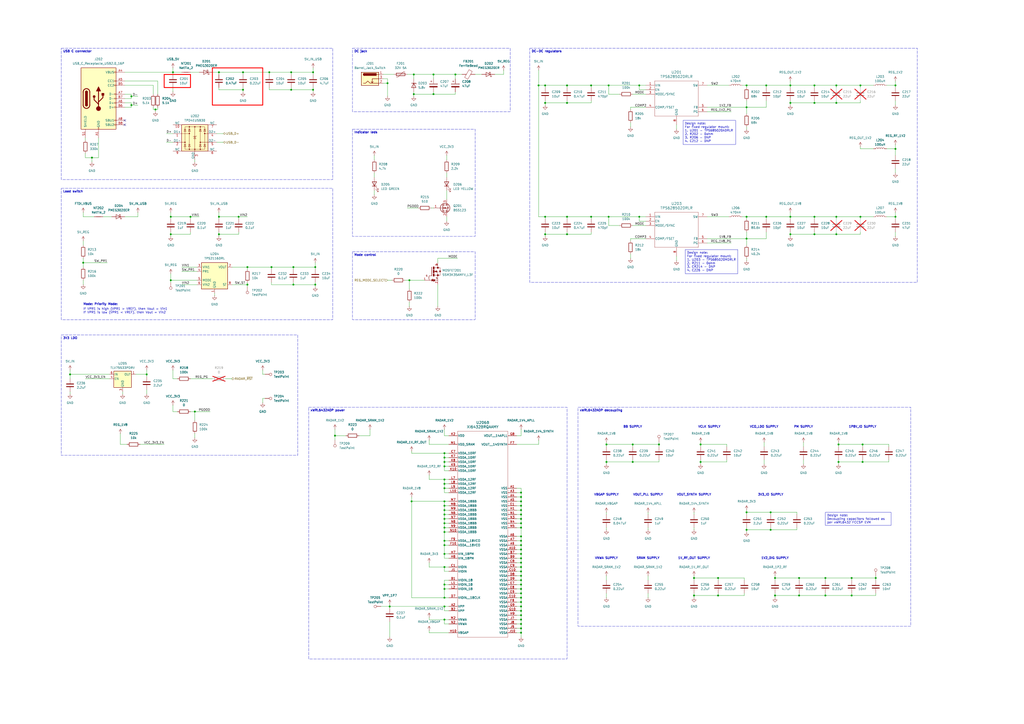
<source format=kicad_sch>
(kicad_sch (version 20250114) (generator "eeschema") (generator_version "9.0")
  (paper "A2")
  (title_block (title "Power") (date "2025-04-13") (rev "V1.0") (company "Emiel V"))
  (rectangle (start 95.25 43.18) (end 110.49 50.8) (stroke (width 0.508) (color 255 0 0 1)))
  (rectangle (start 123.19 39.37) (end 152.4 60.96) (stroke (width 0.508) (color 255 0 0 1)))
  (text "1V2_DIG SUPPLY" (at 449.58 323.85 0) (effects (font (size 1.27 1.27) (thickness 0.254) (bold yes))))
  (text "VCO_LDO SUPPLY" (at 443.23 247.65 0) (effects (font (size 1.27 1.27) (thickness 0.254) (bold yes))))
  (text "VCLK SUPPLY" (at 411.48 247.65 0) (effects (font (size 1.27 1.27) (thickness 0.254) (bold yes))))
  (text "VOUT_SYNTH SUPPLY" (at 402.59 287.02 0) (effects (font (size 1.27 1.27) (thickness 0.254) (bold yes))))
  (text "Mode: Priority Mode:" (at 48.26 176.53 0) (effects (font (size 1.27 1.27) (thickness 0.254) (bold yes)) (justify left)))
  (text "VNWA SUPPLY" (at 351.79 323.85 0) (effects (font (size 1.27 1.27) (thickness 0.254) (bold yes))))
  (text "1V_RF_OUT SUPPLY" (at 402.59 323.85 0) (effects (font (size 1.27 1.27) (thickness 0.254) (bold yes))))
  (text "1P8V_IO SUPPLY" (at 500.38 247.65 0) (effects (font (size 1.27 1.27) (thickness 0.254) (bold yes))))
  (text "If VPR1 is high (VPR1 > VREF), then Vout = Vin1\nIf VPR1 is low (VPR1 < VREF), then Vout = Vin2" (at 48.26 180.34 0) (effects (font (size 1.27 1.27) (thickness 0.1588)) (justify left)))
  (text "BB SUPPLY" (at 367.03 247.65 0) (effects (font (size 1.27 1.27) (thickness 0.254) (bold yes))))
  (text "3V3_IO SUPPLY" (at 447.04 287.02 0) (effects (font (size 1.27 1.27) (thickness 0.254) (bold yes))))
  (text "PM SUPPLY" (at 466.09 247.65 0) (effects (font (size 1.27 1.27) (thickness 0.254) (bold yes))))
  (text "VBGAP SUPPLY" (at 351.79 287.02 0) (effects (font (size 1.27 1.27) (thickness 0.254) (bold yes))))
  (text "SRAM SUPPLY" (at 375.92 323.85 0) (effects (font (size 1.27 1.27) (thickness 0.254) (bold yes))))
  (text "VOUT_PLL SUPPLY" (at 375.92 287.02 0) (effects (font (size 1.27 1.27) (thickness 0.254) (bold yes))))
  (text_box "USB C connector" (at 35.56 27.94 0) (size 157.48 76.2) (margins 0.9525 0.9525 0.9525 0.9525) (stroke (width 0) (type dash)) (effects (font (size 1.27 1.27) (thickness 0.254) (bold yes)) (justify left top)))
  (text_box "xWRL6432AOP decoupling" (at 335.28 236.22 0) (size 193.04 127) (margins 0.9525 0.9525 0.9525 0.9525) (stroke (width 0) (type dash)) (effects (font (size 1.27 1.27) (thickness 0.254) (bold yes)) (justify left top)))
  (text_box "xWRL6432AOP power" (at 179.07 236.22 0) (size 149.86 146.05) (margins 0.9525 0.9525 0.9525 0.9525) (stroke (width 0) (type dash)) (effects (font (size 1.27 1.27) (thickness 0.254) (bold yes)) (justify left top)))
  (text_box "Design note:\nDecoupling capacitors followed as per xWRL6432 FCCSP EVM" (at 478.79 297.18 0) (size 38.1 7.62) (margins 0.9525 0.9525 0.9525 0.9525) (effects (font (size 1.27 1.27) (thickness 0.1588)) (justify left top)))
  (text_box "DC jack" (at 204.47 27.94 0) (size 91.44 36.83) (margins 0.9525 0.9525 0.9525 0.9525) (stroke (width 0) (type dash)) (effects (font (size 1.27 1.27) (thickness 0.254) (bold yes)) (justify left top)))
  (text_box "Design note:\nFor fixed regulator mount:\n1. U203 - TPS685020MDRLR\n2. R211 - 0ohm\n3. CR214 - DNP\n4. C226 - DNP" (at 397.51 144.78 0) (size 30.48 13.97) (margins 0.9525 0.9525 0.9525 0.9525) (effects (font (size 1.27 1.27) (thickness 0.1588)) (justify left top)))
  (text_box "Load switch" (at 35.56 109.22 0) (size 157.48 76.2) (margins 0.9525 0.9525 0.9525 0.9525) (stroke (width 0) (type dash)) (effects (font (size 1.27 1.27) (thickness 0.254) (bold yes)) (justify left top)))
  (text_box "Mode control\n" (at 204.47 146.05 0) (size 71.12 39.37) (margins 0.9525 0.9525 0.9525 0.9525) (stroke (width 0) (type dash)) (effects (font (size 1.27 1.27) (thickness 0.254) (bold yes)) (justify left top)))
  (text_box "DC-DC regulators" (at 307.34 27.94 0) (size 224.79 135.89) (margins 0.9525 0.9525 0.9525 0.9525) (stroke (width 0) (type dash)) (effects (font (size 1.27 1.27) (thickness 0.254) (bold yes)) (justify left top)))
  (text_box "Indicator leds" (at 204.47 74.93 0) (size 71.12 62.23) (margins 0.9525 0.9525 0.9525 0.9525) (stroke (width 0) (type dash)) (effects (font (size 1.27 1.27) (thickness 0.254) (bold yes)) (justify left top)))
  (text_box "3V3 LDO" (at 35.56 194.31 0) (size 137.16 69.85) (margins 0.9525 0.9525 0.9525 0.9525) (stroke (width 0) (type dash)) (effects (font (size 1.27 1.27) (thickness 0.254) (bold yes)) (justify left top)))
  (text_box "Design note:\nFor fixed regulator mount:\n1. U201 - TPS685020ADRLR\n2. R202 - 0ohm\n3. R206 - DNP\n4. C212 - DNP" (at 396.24 69.85 0) (size 30.48 13.97) (margins 0.9525 0.9525 0.9525 0.9525) (effects (font (size 1.27 1.27) (thickness 0.1588)) (justify left top)))
  (junction (at 85.09 217.17))
  (junction (at 53.34 91.44))
  (junction (at 257.81 339.09))
  (junction (at 110.49 125.73))
  (junction (at 302.26 323.85))
  (junction (at 168.91 41.91))
  (junction (at 316.23 49.53))
  (junction (at 302.26 367.03))
  (junction (at 486.41 257.81))
  (junction (at 257.81 346.71))
  (junction (at 499.11 125.73))
  (junction (at 302.26 316.23))
  (junction (at 240.03 43.18))
  (junction (at 257.81 306.07))
  (junction (at 138.43 125.73))
  (junction (at 367.03 257.81))
  (junction (at 316.23 135.89))
  (junction (at 494.03 335.28))
  (junction (at 99.06 162.56))
  (junction (at 302.26 293.37))
  (junction (at 302.26 354.33))
  (junction (at 257.81 283.21))
  (junction (at 463.55 335.28))
  (junction (at 302.26 349.25))
  (junction (at 351.79 267.97))
  (junction (at 302.26 359.41))
  (junction (at 433.07 297.18))
  (junction (at 302.26 306.07))
  (junction (at 127 135.89))
  (junction (at 90.17 63.5))
  (junction (at 328.93 135.89))
  (junction (at 485.14 59.69))
  (junction (at 342.9 49.53))
  (junction (at 251.46 43.18))
  (junction (at 472.44 59.69))
  (junction (at 302.26 311.15))
  (junction (at 302.26 290.83))
  (junction (at 416.56 345.44))
  (junction (at 257.81 313.69))
  (junction (at 302.26 300.99))
  (junction (at 312.42 49.53))
  (junction (at 402.59 335.28))
  (junction (at 226.06 351.79))
  (junction (at 302.26 303.53))
  (junction (at 458.47 125.73))
  (junction (at 182.88 154.94))
  (junction (at 447.04 297.18))
  (junction (at 257.81 293.37))
  (junction (at 257.81 341.63))
  (junction (at 458.47 49.53))
  (junction (at 328.93 49.53))
  (junction (at 406.4 267.97))
  (junction (at 76.2 55.88))
  (junction (at 370.84 49.53))
  (junction (at 257.81 303.53))
  (junction (at 485.14 135.89))
  (junction (at 433.07 307.34))
  (junction (at 170.18 165.1))
  (junction (at 433.07 125.73))
  (junction (at 463.55 345.44))
  (junction (at 127 41.91))
  (junction (at 170.18 154.94))
  (junction (at 302.26 364.49))
  (junction (at 472.44 49.53))
  (junction (at 302.26 326.39))
  (junction (at 316.23 59.69))
  (junction (at 302.26 344.17))
  (junction (at 302.26 295.91))
  (junction (at 224.79 48.26))
  (junction (at 181.61 52.07))
  (junction (at 458.47 59.69))
  (junction (at 257.81 300.99))
  (junction (at 353.06 125.73))
  (junction (at 302.26 313.69))
  (junction (at 257.81 267.97))
  (junction (at 478.79 345.44))
  (junction (at 99.06 125.73))
  (junction (at 328.93 59.69))
  (junction (at 367.03 267.97))
  (junction (at 370.84 125.73))
  (junction (at 127 125.73))
  (junction (at 302.26 346.71))
  (junction (at 257.81 262.89))
  (junction (at 302.26 341.63))
  (junction (at 257.81 359.41))
  (junction (at 40.64 217.17))
  (junction (at 494.03 345.44))
  (junction (at 257.81 290.83))
  (junction (at 302.26 351.79))
  (junction (at 302.26 321.31))
  (junction (at 485.14 49.53))
  (junction (at 519.43 125.73))
  (junction (at 500.38 257.81))
  (junction (at 143.51 154.94))
  (junction (at 485.14 125.73))
  (junction (at 264.16 43.18))
  (junction (at 48.26 152.4))
  (junction (at 238.76 290.83))
  (junction (at 328.93 125.73))
  (junction (at 406.4 257.81))
  (junction (at 168.91 52.07))
  (junction (at 257.81 321.31))
  (junction (at 302.26 356.87))
  (junction (at 302.26 361.95))
  (junction (at 447.04 307.34))
  (junction (at 157.48 154.94))
  (junction (at 444.5 49.53))
  (junction (at 449.58 335.28))
  (junction (at 257.81 298.45))
  (junction (at 257.81 351.79))
  (junction (at 302.26 298.45))
  (junction (at 113.03 238.76))
  (junction (at 500.38 267.97))
  (junction (at 182.88 165.1))
  (junction (at 76.2 60.96))
  (junction (at 433.07 138.43))
  (junction (at 382.27 257.81))
  (junction (at 251.46 54.61))
  (junction (at 257.81 308.61))
  (junction (at 257.81 265.43))
  (junction (at 140.97 41.91))
  (junction (at 140.97 52.07))
  (junction (at 143.51 165.1))
  (junction (at 257.81 278.13))
  (junction (at 194.31 252.73))
  (junction (at 100.33 41.91))
  (junction (at 257.81 295.91))
  (junction (at 257.81 316.23))
  (junction (at 433.07 49.53))
  (junction (at 519.43 86.36))
  (junction (at 508 335.28))
  (junction (at 353.06 49.53))
  (junction (at 99.06 135.89))
  (junction (at 302.26 334.01))
  (junction (at 444.5 125.73))
  (junction (at 257.81 280.67))
  (junction (at 156.21 41.91))
  (junction (at 472.44 135.89))
  (junction (at 478.79 335.28))
  (junction (at 302.26 331.47))
  (junction (at 472.44 125.73))
  (junction (at 402.59 345.44))
  (junction (at 302.26 339.09))
  (junction (at 302.26 336.55))
  (junction (at 237.49 162.56))
  (junction (at 302.26 285.75))
  (junction (at 316.23 125.73))
  (junction (at 302.26 318.77))
  (junction (at 257.81 270.51))
  (junction (at 342.9 125.73))
  (junction (at 302.26 288.29))
  (junction (at 240.03 54.61))
  (junction (at 519.43 49.53))
  (junction (at 181.61 41.91))
  (junction (at 433.07 62.23))
  (junction (at 351.79 257.81))
  (junction (at 499.11 49.53))
  (junction (at 449.58 345.44))
  (junction (at 416.56 335.28))
  (junction (at 458.47 135.89))
  (junction (at 302.26 328.93))
  (junction (at 486.41 267.97))
  (junction (at 257.81 328.93))
  (no_connect (at 72.39 69.85))
  (no_connect (at 72.39 72.39))
  (wire (pts (xy 316.23 49.53) (xy 328.93 49.53)))
  (wire (pts (xy 458.47 135.89) (xy 458.47 137.16)))
  (wire (pts (xy 472.44 135.89) (xy 458.47 135.89)))
  (wire (pts (xy 351.79 266.7) (xy 351.79 267.97)))
  (wire (pts (xy 447.04 297.18) (xy 433.07 297.18)))
  (wire (pts (xy 466.09 256.54) (xy 466.09 259.08)))
  (wire (pts (xy 257.81 341.63) (xy 257.81 339.09)))
  (wire (pts (xy 143.51 166.37) (xy 143.51 165.1)))
  (wire (pts (xy 353.06 125.73) (xy 370.84 125.73)))
  (wire (pts (xy 48.26 152.4) (xy 62.23 152.4)))
  (wire (pts (xy 302.26 248.92) (xy 302.26 252.73)))
  (wire (pts (xy 508 335.28) (xy 494.03 335.28)))
  (wire (pts (xy 222.25 43.18) (xy 228.6 43.18)))
  (wire (pts (xy 500.38 257.81) (xy 500.38 259.08)))
  (wire (pts (xy 127 41.91) (xy 127 43.18)))
  (wire (pts (xy 302.26 293.37) (xy 302.26 290.83)))
  (wire (pts (xy 260.35 361.95) (xy 257.81 361.95)))
  (wire (pts (xy 430.53 49.53) (xy 433.07 49.53)))
  (wire (pts (xy 472.44 49.53) (xy 485.14 49.53)))
  (wire (pts (xy 485.14 59.69) (xy 499.11 59.69)))
  (wire (pts (xy 485.14 49.53) (xy 499.11 49.53)))
  (wire (pts (xy 486.41 267.97) (xy 486.41 269.24)))
  (wire (pts (xy 251.46 43.18) (xy 264.16 43.18)))
  (wire (pts (xy 217.17 110.49) (xy 217.17 113.03)))
  (wire (pts (xy 226.06 351.79) (xy 257.81 351.79)))
  (wire (pts (xy 370.84 128.27) (xy 370.84 125.73)))
  (wire (pts (xy 110.49 41.91) (xy 115.57 41.91)))
  (wire (pts (xy 257.81 252.73) (xy 260.35 252.73)))
  (wire (pts (xy 99.06 134.62) (xy 99.06 135.89)))
  (wire (pts (xy 342.9 58.42) (xy 342.9 59.69)))
  (wire (pts (xy 519.43 125.73) (xy 519.43 127)))
  (wire (pts (xy 194.31 252.73) (xy 194.31 255.27)))
  (wire (pts (xy 76.2 55.88) (xy 80.01 55.88)))
  (wire (pts (xy 351.79 344.17) (xy 351.79 346.71)))
  (wire (pts (xy 472.44 125.73) (xy 485.14 125.73)))
  (wire (pts (xy 170.18 154.94) (xy 170.18 156.21)))
  (wire (pts (xy 251.46 53.34) (xy 251.46 54.61)))
  (wire (pts (xy 302.26 361.95) (xy 302.26 359.41)))
  (wire (pts (xy 367.03 257.81) (xy 367.03 259.08)))
  (wire (pts (xy 431.8 344.17) (xy 431.8 345.44)))
  (wire (pts (xy 302.26 288.29) (xy 302.26 285.75)))
  (wire (pts (xy 170.18 163.83) (xy 170.18 165.1)))
  (wire (pts (xy 138.43 125.73) (xy 138.43 127)))
  (wire (pts (xy 257.81 321.31) (xy 257.81 316.23)))
  (wire (pts (xy 302.26 306.07) (xy 302.26 303.53)))
  (wire (pts (xy 500.38 257.81) (xy 515.62 257.81)))
  (wire (pts (xy 312.42 255.27) (xy 312.42 257.81)))
  (wire (pts (xy 85.09 226.06) (xy 85.09 228.6)))
  (wire (pts (xy 264.16 54.61) (xy 251.46 54.61)))
  (wire (pts (xy 250.19 120.65) (xy 251.46 120.65)))
  (wire (pts (xy 260.35 285.75) (xy 257.81 285.75)))
  (wire (pts (xy 257.81 346.71) (xy 238.76 346.71)))
  (wire (pts (xy 248.92 326.39) (xy 248.92 328.93)))
  (wire (pts (xy 260.35 367.03) (xy 248.92 367.03)))
  (wire (pts (xy 359.41 54.61) (xy 353.06 54.61)))
  (wire (pts (xy 458.47 59.69) (xy 458.47 60.96)))
  (wire (pts (xy 499.11 49.53) (xy 499.11 50.8)))
  (wire (pts (xy 421.64 259.08) (xy 421.64 257.81)))
  (wire (pts (xy 433.07 49.53) (xy 433.07 50.8)))
  (wire (pts (xy 194.31 252.73) (xy 200.66 252.73)))
  (wire (pts (xy 302.26 346.71) (xy 302.26 344.17)))
  (wire (pts (xy 257.81 308.61) (xy 257.81 306.07)))
  (wire (pts (xy 302.26 326.39) (xy 302.26 323.85)))
  (wire (pts (xy 342.9 49.53) (xy 342.9 50.8)))
  (wire (pts (xy 257.81 267.97) (xy 260.35 267.97)))
  (wire (pts (xy 316.23 49.53) (xy 316.23 50.8)))
  (wire (pts (xy 182.88 154.94) (xy 170.18 154.94)))
  (wire (pts (xy 370.84 125.73) (xy 374.65 125.73)))
  (wire (pts (xy 234.95 162.56) (xy 237.49 162.56)))
  (wire (pts (xy 302.26 323.85) (xy 302.26 321.31)))
  (wire (pts (xy 57.15 91.44) (xy 53.34 91.44)))
  (wire (pts (xy 69.85 257.81) (xy 73.66 257.81)))
  (wire (pts (xy 463.55 335.28) (xy 449.58 335.28)))
  (wire (pts (xy 316.23 135.89) (xy 316.23 134.62)))
  (wire (pts (xy 260.35 331.47) (xy 257.81 331.47)))
  (wire (pts (xy 237.49 175.26) (xy 237.49 177.8)))
  (wire (pts (xy 375.92 334.01) (xy 375.92 336.55)))
  (wire (pts (xy 99.06 162.56) (xy 99.06 163.83)))
  (wire (pts (xy 105.41 154.94) (xy 114.3 154.94)))
  (wire (pts (xy 238.76 346.71) (xy 238.76 290.83)))
  (wire (pts (xy 410.21 140.97) (xy 424.18 140.97)))
  (wire (pts (xy 449.58 345.44) (xy 449.58 346.71)))
  (wire (pts (xy 433.07 307.34) (xy 447.04 307.34)))
  (wire (pts (xy 127 52.07) (xy 140.97 52.07)))
  (wire (pts (xy 260.35 359.41) (xy 257.81 359.41)))
  (wire (pts (xy 76.2 60.96) (xy 80.01 60.96)))
  (wire (pts (xy 353.06 130.81) (xy 353.06 125.73)))
  (wire (pts (xy 374.65 128.27) (xy 370.84 128.27)))
  (wire (pts (xy 99.06 158.75) (xy 99.06 162.56)))
  (wire (pts (xy 485.14 134.62) (xy 485.14 135.89)))
  (wire (pts (xy 248.92 359.41) (xy 248.92 358.14)))
  (wire (pts (xy 257.81 359.41) (xy 248.92 359.41)))
  (wire (pts (xy 433.07 134.62) (xy 433.07 138.43)))
  (wire (pts (xy 257.81 323.85) (xy 257.81 321.31)))
  (wire (pts (xy 508 336.55) (xy 508 335.28)))
  (wire (pts (xy 257.81 303.53) (xy 257.81 300.99)))
  (wire (pts (xy 312.42 49.53) (xy 312.42 125.73)))
  (wire (pts (xy 433.07 138.43) (xy 433.07 142.24)))
  (wire (pts (xy 402.59 344.17) (xy 402.59 345.44)))
  (wire (pts (xy 302.26 346.71) (xy 299.72 346.71)))
  (wire (pts (xy 49.53 91.44) (xy 53.34 91.44)))
  (wire (pts (xy 257.81 336.55) (xy 260.35 336.55)))
  (wire (pts (xy 257.81 341.63) (xy 257.81 346.71)))
  (wire (pts (xy 257.81 278.13) (xy 257.81 280.67)))
  (wire (pts (xy 486.41 256.54) (xy 486.41 257.81)))
  (wire (pts (xy 382.27 259.08) (xy 382.27 257.81)))
  (wire (pts (xy 134.62 165.1) (xy 143.51 165.1)))
  (wire (pts (xy 181.61 41.91) (xy 181.61 43.18)))
  (wire (pts (xy 519.43 86.36) (xy 519.43 90.17)))
  (wire (pts (xy 248.92 328.93) (xy 257.81 328.93)))
  (wire (pts (xy 237.49 162.56) (xy 246.38 162.56)))
  (wire (pts (xy 302.26 321.31) (xy 299.72 321.31)))
  (wire (pts (xy 257.81 313.69) (xy 260.35 313.69)))
  (wire (pts (xy 59.69 125.73) (xy 64.77 125.73)))
  (wire (pts (xy 302.26 285.75) (xy 302.26 283.21)))
  (wire (pts (xy 100.33 219.71) (xy 102.87 219.71)))
  (wire (pts (xy 138.43 125.73) (xy 127 125.73)))
  (wire (pts (xy 444.5 49.53) (xy 458.47 49.53)))
  (wire (pts (xy 125.73 82.55) (xy 129.54 82.55)))
  (wire (pts (xy 156.21 50.8) (xy 156.21 52.07)))
  (wire (pts (xy 444.5 134.62) (xy 444.5 138.43)))
  (wire (pts (xy 519.43 123.19) (xy 519.43 125.73)))
  (wire (pts (xy 402.59 306.07) (xy 402.59 307.34)))
  (wire (pts (xy 257.81 278.13) (xy 248.92 278.13)))
  (wire (pts (xy 328.93 135.89) (xy 316.23 135.89)))
  (wire (pts (xy 240.03 54.61) (xy 240.03 55.88)))
  (wire (pts (xy 72.39 46.99) (xy 91.44 46.99)))
  (wire (pts (xy 80.01 125.73) (xy 80.01 123.19)))
  (wire (pts (xy 359.41 130.81) (xy 353.06 130.81)))
  (wire (pts (xy 433.07 297.18) (xy 433.07 298.45)))
  (wire (pts (xy 264.16 53.34) (xy 264.16 54.61)))
  (wire (pts (xy 449.58 335.28) (xy 449.58 336.55)))
  (wire (pts (xy 302.26 351.79) (xy 299.72 351.79)))
  (wire (pts (xy 76.2 55.88) (xy 76.2 54.61)))
  (wire (pts (xy 443.23 266.7) (xy 443.23 269.24)))
  (wire (pts (xy 342.9 59.69) (xy 328.93 59.69)))
  (wire (pts (xy 292.1 43.18) (xy 287.02 43.18)))
  (wire (pts (xy 447.04 306.07) (xy 447.04 307.34)))
  (wire (pts (xy 214.63 252.73) (xy 214.63 248.92)))
  (wire (pts (xy 367.03 257.81) (xy 351.79 257.81)))
  (wire (pts (xy 222.25 45.72) (xy 224.79 45.72)))
  (wire (pts (xy 168.91 52.07) (xy 181.61 52.07)))
  (wire (pts (xy 302.26 369.57) (xy 302.26 367.03)))
  (wire (pts (xy 328.93 125.73) (xy 328.93 127)))
  (wire (pts (xy 257.81 339.09) (xy 260.35 339.09)))
  (wire (pts (xy 130.81 219.71) (xy 134.62 219.71)))
  (wire (pts (xy 257.81 273.05) (xy 257.81 270.51)))
  (wire (pts (xy 515.62 259.08) (xy 515.62 257.81)))
  (wire (pts (xy 260.35 346.71) (xy 257.81 346.71)))
  (wire (pts (xy 444.5 125.73) (xy 458.47 125.73)))
  (wire (pts (xy 370.84 49.53) (xy 374.65 49.53)))
  (wire (pts (xy 375.92 344.17) (xy 375.92 346.71)))
  (wire (pts (xy 449.58 345.44) (xy 463.55 345.44)))
  (wire (pts (xy 257.81 351.79) (xy 260.35 351.79)))
  (wire (pts (xy 76.2 59.69) (xy 72.39 59.69)))
  (wire (pts (xy 302.26 359.41) (xy 302.26 356.87)))
  (wire (pts (xy 499.11 49.53) (xy 506.73 49.53)))
  (wire (pts (xy 127 135.89) (xy 127 137.16)))
  (wire (pts (xy 99.06 135.89) (xy 110.49 135.89)))
  (wire (pts (xy 353.06 49.53) (xy 370.84 49.53)))
  (wire (pts (xy 382.27 256.54) (xy 382.27 257.81)))
  (wire (pts (xy 113.03 238.76) (xy 113.03 243.84)))
  (wire (pts (xy 260.35 273.05) (xy 257.81 273.05)))
  (wire (pts (xy 472.44 125.73) (xy 472.44 127)))
  (wire (pts (xy 302.26 300.99) (xy 299.72 300.99)))
  (wire (pts (xy 410.21 64.77) (xy 424.18 64.77)))
  (wire (pts (xy 220.98 351.79) (xy 226.06 351.79)))
  (wire (pts (xy 375.92 297.18) (xy 375.92 298.45)))
  (wire (pts (xy 302.26 300.99) (xy 302.26 298.45)))
  (wire (pts (xy 110.49 125.73) (xy 110.49 127)))
  (wire (pts (xy 302.26 364.49) (xy 299.72 364.49)))
  (wire (pts (xy 365.76 71.12) (xy 365.76 73.66)))
  (wire (pts (xy 500.38 267.97) (xy 486.41 267.97)))
  (wire (pts (xy 478.79 345.44) (xy 494.03 345.44)))
  (wire (pts (xy 463.55 344.17) (xy 463.55 345.44)))
  (wire (pts (xy 226.06 350.52) (xy 226.06 351.79)))
  (wire (pts (xy 265.43 149.86) (xy 254 149.86)))
  (wire (pts (xy 224.79 48.26) (xy 224.79 55.88)))
  (wire (pts (xy 49.53 219.71) (xy 63.5 219.71)))
  (wire (pts (xy 302.26 334.01) (xy 302.26 331.47)))
  (wire (pts (xy 382.27 266.7) (xy 382.27 267.97)))
  (wire (pts (xy 88.9 63.5) (xy 88.9 62.23)))
  (wire (pts (xy 342.9 125.73) (xy 342.9 127)))
  (wire (pts (xy 72.39 57.15) (xy 76.2 57.15)))
  (wire (pts (xy 302.26 344.17) (xy 299.72 344.17)))
  (wire (pts (xy 156.21 52.07) (xy 168.91 52.07)))
  (wire (pts (xy 433.07 58.42) (xy 433.07 62.23)))
  (wire (pts (xy 254 149.86) (xy 254 152.4)))
  (wire (pts (xy 302.26 285.75) (xy 299.72 285.75)))
  (wire (pts (xy 433.07 49.53) (xy 444.5 49.53)))
  (wire (pts (xy 125.73 77.47) (xy 129.54 77.47)))
  (wire (pts (xy 416.56 344.17) (xy 416.56 345.44)))
  (wire (pts (xy 316.23 135.89) (xy 316.23 137.16)))
  (wire (pts (xy 365.76 62.23) (xy 374.65 62.23)))
  (wire (pts (xy 302.26 367.03) (xy 302.26 364.49)))
  (wire (pts (xy 478.79 335.28) (xy 478.79 336.55)))
  (wire (pts (xy 302.26 311.15) (xy 299.72 311.15)))
  (wire (pts (xy 170.18 154.94) (xy 157.48 154.94)))
  (wire (pts (xy 257.81 283.21) (xy 257.81 285.75)))
  (wire (pts (xy 302.26 321.31) (xy 302.26 318.77)))
  (wire (pts (xy 227.33 162.56) (xy 224.79 162.56)))
  (wire (pts (xy 140.97 52.07) (xy 140.97 53.34)))
  (wire (pts (xy 402.59 297.18) (xy 402.59 298.45)))
  (wire (pts (xy 342.9 125.73) (xy 353.06 125.73)))
  (wire (pts (xy 485.14 125.73) (xy 485.14 127)))
  (wire (pts (xy 76.2 54.61) (xy 72.39 54.61)))
  (wire (pts (xy 302.26 364.49) (xy 302.26 361.95)))
  (wire (pts (xy 302.26 359.41) (xy 299.72 359.41)))
  (wire (pts (xy 168.91 41.91) (xy 168.91 43.18)))
  (wire (pts (xy 302.26 354.33) (xy 299.72 354.33)))
  (wire (pts (xy 115.57 125.73) (xy 110.49 125.73)))
  (wire (pts (xy 257.81 295.91) (xy 260.35 295.91)))
  (wire (pts (xy 53.34 91.44) (xy 53.34 93.98)))
  (wire (pts (xy 458.47 49.53) (xy 472.44 49.53)))
  (wire (pts (xy 447.04 297.18) (xy 447.04 298.45)))
  (wire (pts (xy 367.03 266.7) (xy 367.03 267.97)))
  (wire (pts (xy 226.06 360.68) (xy 226.06 369.57)))
  (wire (pts (xy 257.81 270.51) (xy 257.81 267.97)))
  (wire (pts (xy 410.21 49.53) (xy 422.91 49.53)))
  (wire (pts (xy 302.26 336.55) (xy 302.26 334.01)))
  (wire (pts (xy 508 344.17) (xy 508 345.44)))
  (wire (pts (xy 134.62 154.94) (xy 143.51 154.94)))
  (wire (pts (xy 342.9 49.53) (xy 353.06 49.53)))
  (wire (pts (xy 365.76 147.32) (xy 365.76 149.86)))
  (wire (pts (xy 433.07 295.91) (xy 433.07 297.18)))
  (wire (pts (xy 494.03 344.17) (xy 494.03 345.44)))
  (wire (pts (xy 392.43 72.39) (xy 392.43 74.93)))
  (wire (pts (xy 458.47 134.62) (xy 458.47 135.89)))
  (wire (pts (xy 257.81 303.53) (xy 260.35 303.53)))
  (wire (pts (xy 302.26 318.77) (xy 299.72 318.77)))
  (wire (pts (xy 143.51 125.73) (xy 138.43 125.73)))
  (wire (pts (xy 257.81 265.43) (xy 257.81 262.89)))
  (wire (pts (xy 127 135.89) (xy 138.43 135.89)))
  (wire (pts (xy 113.03 251.46) (xy 113.03 254)))
  (wire (pts (xy 433.07 73.66) (xy 433.07 74.93)))
  (wire (pts (xy 444.5 49.53) (xy 444.5 50.8)))
  (wire (pts (xy 351.79 306.07) (xy 351.79 307.34)))
  (wire (pts (xy 316.23 125.73) (xy 328.93 125.73)))
  (wire (pts (xy 170.18 165.1) (xy 182.88 165.1)))
  (wire (pts (xy 431.8 336.55) (xy 431.8 335.28)))
  (wire (pts (xy 458.47 125.73) (xy 458.47 127)))
  (wire (pts (xy 251.46 54.61) (xy 240.03 54.61)))
  (wire (pts (xy 514.35 86.36) (xy 519.43 86.36)))
  (wire (pts (xy 302.26 339.09) (xy 302.26 336.55)))
  (wire (pts (xy 508 334.01) (xy 508 335.28)))
  (wire (pts (xy 499.11 86.36) (xy 506.73 86.36)))
  (wire (pts (xy 433.07 149.86) (xy 433.07 151.13)))
  (wire (pts (xy 254 165.1) (xy 254 177.8)))
  (wire (pts (xy 444.5 58.42) (xy 444.5 62.23)))
  (wire (pts (xy 458.47 46.99) (xy 458.47 49.53)))
  (wire (pts (xy 402.59 335.28) (xy 402.59 336.55)))
  (wire (pts (xy 302.26 341.63) (xy 299.72 341.63)))
  (wire (pts (xy 367.03 267.97) (xy 382.27 267.97)))
  (wire (pts (xy 351.79 297.18) (xy 351.79 298.45)))
  (wire (pts (xy 236.22 43.18) (xy 240.03 43.18)))
  (wire (pts (xy 365.76 62.23) (xy 365.76 63.5)))
  (wire (pts (xy 444.5 138.43) (xy 433.07 138.43)))
  (wire (pts (xy 127 123.19) (xy 127 125.73)))
  (wire (pts (xy 257.81 298.45) (xy 257.81 295.91)))
  (wire (pts (xy 402.59 345.44) (xy 416.56 345.44)))
  (wire (pts (xy 472.44 59.69) (xy 458.47 59.69)))
  (wire (pts (xy 182.88 165.1) (xy 182.88 166.37)))
  (wire (pts (xy 519.43 46.99) (xy 519.43 49.53)))
  (wire (pts (xy 302.26 303.53) (xy 302.26 300.99)))
  (wire (pts (xy 63.5 217.17) (xy 40.64 217.17)))
  (wire (pts (xy 257.81 306.07) (xy 260.35 306.07)))
  (wire (pts (xy 152.4 231.14) (xy 152.4 233.68)))
  (wire (pts (xy 257.81 313.69) (xy 257.81 316.23)))
  (wire (pts (xy 519.43 58.42) (xy 519.43 60.96)))
  (wire (pts (xy 433.07 307.34) (xy 433.07 308.61)))
  (wire (pts (xy 127 134.62) (xy 127 135.89)))
  (wire (pts (xy 240.03 43.18) (xy 240.03 45.72)))
  (wire (pts (xy 519.43 83.82) (xy 519.43 86.36)))
  (wire (pts (xy 316.23 59.69) (xy 316.23 58.42)))
  (wire (pts (xy 430.53 125.73) (xy 433.07 125.73)))
  (wire (pts (xy 257.81 262.89) (xy 238.76 262.89)))
  (wire (pts (xy 302.26 295.91) (xy 302.26 293.37)))
  (wire (pts (xy 100.33 39.37) (xy 100.33 41.91)))
  (wire (pts (xy 181.61 39.37) (xy 181.61 41.91)))
  (wire (pts (xy 248.92 367.03) (xy 248.92 365.76)))
  (wire (pts (xy 72.39 41.91) (xy 100.33 41.91)))
  (wire (pts (xy 76.2 57.15) (xy 76.2 55.88)))
  (wire (pts (xy 257.81 280.67) (xy 257.81 283.21)))
  (wire (pts (xy 259.08 125.73) (xy 259.08 128.27)))
  (wire (pts (xy 302.26 295.91) (xy 299.72 295.91)))
  (wire (pts (xy 472.44 49.53) (xy 472.44 50.8)))
  (wire (pts (xy 259.08 110.49) (xy 259.08 115.57)))
  (wire (pts (xy 462.28 297.18) (xy 447.04 297.18)))
  (wire (pts (xy 257.81 270.51) (xy 260.35 270.51)))
  (wire (pts (xy 257.81 293.37) (xy 257.81 290.83)))
  (wire (pts (xy 302.26 328.93) (xy 299.72 328.93)))
  (wire (pts (xy 257.81 328.93) (xy 260.35 328.93)))
  (wire (pts (xy 351.79 256.54) (xy 351.79 257.81)))
  (wire (pts (xy 264.16 43.18) (xy 267.97 43.18)))
  (wire (pts (xy 302.26 328.93) (xy 302.26 326.39)))
  (wire (pts (xy 302.26 318.77) (xy 302.26 316.23)))
  (wire (pts (xy 478.79 344.17) (xy 478.79 345.44)))
  (wire (pts (xy 257.81 248.92) (xy 257.81 252.73)))
  (wire (pts (xy 472.44 58.42) (xy 472.44 59.69)))
  (wire (pts (xy 238.76 290.83) (xy 238.76 288.29)))
  (wire (pts (xy 259.08 100.33) (xy 259.08 102.87)))
  (wire (pts (xy 222.25 48.26) (xy 224.79 48.26)))
  (wire (pts (xy 152.4 231.14) (xy 153.67 231.14)))
  (wire (pts (xy 100.33 214.63) (xy 100.33 219.71)))
  (wire (pts (xy 302.26 361.95) (xy 299.72 361.95)))
  (wire (pts (xy 431.8 335.28) (xy 416.56 335.28)))
  (wire (pts (xy 485.14 58.42) (xy 485.14 59.69)))
  (wire (pts (xy 351.79 267.97) (xy 367.03 267.97)))
  (wire (pts (xy 48.26 125.73) (xy 54.61 125.73)))
  (wire (pts (xy 302.26 288.29) (xy 299.72 288.29)))
  (wire (pts (xy 370.84 52.07) (xy 370.84 49.53)))
  (wire (pts (xy 494.03 345.44) (xy 508 345.44)))
  (wire (pts (xy 76.2 62.23) (xy 76.2 60.96)))
  (wire (pts (xy 90.17 63.5) (xy 88.9 63.5)))
  (wire (pts (xy 353.06 54.61) (xy 353.06 49.53)))
  (wire (pts (xy 494.03 335.28) (xy 494.03 336.55)))
  (wire (pts (xy 124.46 170.18) (xy 124.46 171.45)))
  (wire (pts (xy 152.4 214.63) (xy 152.4 217.17)))
  (wire (pts (xy 421.64 267.97) (xy 406.4 267.97)))
  (wire (pts (xy 472.44 135.89) (xy 485.14 135.89)))
  (wire (pts (xy 302.26 290.83) (xy 302.26 288.29)))
  (wire (pts (xy 519.43 97.79) (xy 519.43 100.33)))
  (wire (pts (xy 81.28 257.81) (xy 95.25 257.81)))
  (wire (pts (xy 257.81 295.91) (xy 257.81 293.37)))
  (wire (pts (xy 302.26 316.23) (xy 302.26 313.69)))
  (wire (pts (xy 257.81 267.97) (xy 257.81 265.43)))
  (wire (pts (xy 410.21 62.23) (xy 433.07 62.23)))
  (wire (pts (xy 302.26 313.69) (xy 299.72 313.69)))
  (wire (pts (xy 302.26 331.47) (xy 299.72 331.47)))
  (wire (pts (xy 485.14 135.89) (xy 499.11 135.89)))
  (wire (pts (xy 519.43 49.53) (xy 519.43 50.8)))
  (wire (pts (xy 217.17 100.33) (xy 217.17 102.87)))
  (wire (pts (xy 71.12 227.33) (xy 71.12 228.6)))
  (wire (pts (xy 302.26 349.25) (xy 299.72 349.25)))
  (wire (pts (xy 257.81 280.67) (xy 260.35 280.67)))
  (wire (pts (xy 514.35 125.73) (xy 519.43 125.73)))
  (wire (pts (xy 302.26 298.45) (xy 302.26 295.91)))
  (wire (pts (xy 157.48 163.83) (xy 157.48 165.1)))
  (wire (pts (xy 406.4 266.7) (xy 406.4 267.97)))
  (wire (pts (xy 251.46 43.18) (xy 251.46 45.72)))
  (wire (pts (xy 406.4 256.54) (xy 406.4 257.81)))
  (wire (pts (xy 99.06 135.89) (xy 99.06 137.16)))
  (wire (pts (xy 48.26 162.56) (xy 48.26 165.1)))
  (wire (pts (xy 257.81 331.47) (xy 257.81 328.93)))
  (wire (pts (xy 260.35 290.83) (xy 257.81 290.83)))
  (wire (pts (xy 302.26 334.01) (xy 299.72 334.01)))
  (wire (pts (xy 406.4 257.81) (xy 406.4 259.08)))
  (wire (pts (xy 462.28 298.45) (xy 462.28 297.18)))
  (wire (pts (xy 96.52 82.55) (xy 100.33 82.55)))
  (wire (pts (xy 260.35 262.89) (xy 257.81 262.89)))
  (wire (pts (xy 302.26 331.47) (xy 302.26 328.93)))
  (wire (pts (xy 302.26 344.17) (xy 302.26 341.63)))
  (wire (pts (xy 367.03 130.81) (xy 374.65 130.81)))
  (wire (pts (xy 374.65 52.07) (xy 370.84 52.07)))
  (wire (pts (xy 257.81 300.99) (xy 257.81 298.45)))
  (wire (pts (xy 375.92 306.07) (xy 375.92 307.34)))
  (wire (pts (xy 257.81 354.33) (xy 257.81 351.79)))
  (wire (pts (xy 123.19 41.91) (xy 127 41.91)))
  (wire (pts (xy 302.26 283.21) (xy 299.72 283.21)))
  (wire (pts (xy 302.26 326.39) (xy 299.72 326.39)))
  (wire (pts (xy 328.93 58.42) (xy 328.93 59.69)))
  (wire (pts (xy 275.59 43.18) (xy 279.4 43.18)))
  (wire (pts (xy 402.59 345.44) (xy 402.59 346.71)))
  (wire (pts (xy 257.81 361.95) (xy 257.81 359.41)))
  (wire (pts (xy 302.26 316.23) (xy 299.72 316.23)))
  (wire (pts (xy 138.43 134.62) (xy 138.43 135.89)))
  (wire (pts (xy 463.55 335.28) (xy 463.55 336.55)))
  (wire (pts (xy 519.43 134.62) (xy 519.43 137.16)))
  (wire (pts (xy 462.28 306.07) (xy 462.28 307.34)))
  (wire (pts (xy 226.06 351.79) (xy 226.06 353.06)))
  (wire (pts (xy 514.35 49.53) (xy 519.43 49.53)))
  (wire (pts (xy 168.91 41.91) (xy 181.61 41.91)))
  (wire (pts (xy 312.42 125.73) (xy 316.23 125.73)))
  (wire (pts (xy 99.06 162.56) (xy 114.3 162.56)))
  (wire (pts (xy 127 41.91) (xy 140.97 41.91)))
  (wire (pts (xy 157.48 154.94) (xy 157.48 156.21)))
  (wire (pts (xy 444.5 62.23) (xy 433.07 62.23)))
  (wire (pts (xy 181.61 52.07) (xy 181.61 53.34)))
  (wire (pts (xy 110.49 238.76) (xy 113.03 238.76)))
  (wire (pts (xy 248.92 257.81) (xy 260.35 257.81)))
  (wire (pts (xy 302.26 298.45) (xy 299.72 298.45)))
  (wire (pts (xy 48.26 139.7) (xy 48.26 142.24)))
  (wire (pts (xy 302.26 349.25) (xy 302.26 346.71)))
  (wire (pts (xy 421.64 266.7) (xy 421.64 267.97)))
  (wire (pts (xy 49.53 80.01) (xy 49.53 81.28)))
  (wire (pts (xy 328.93 59.69) (xy 316.23 59.69)))
  (wire (pts (xy 96.52 77.47) (xy 100.33 77.47)))
  (wire (pts (xy 168.91 50.8) (xy 168.91 52.07)))
  (wire (pts (xy 90.17 63.5) (xy 90.17 64.77)))
  (wire (pts (xy 76.2 60.96) (xy 76.2 59.69)))
  (wire (pts (xy 236.22 120.65) (xy 242.57 120.65)))
  (wire (pts (xy 485.14 125.73) (xy 499.11 125.73)))
  (wire (pts (xy 485.14 49.53) (xy 485.14 50.8)))
  (wire (pts (xy 478.79 335.28) (xy 463.55 335.28)))
  (wire (pts (xy 433.07 306.07) (xy 433.07 307.34)))
  (wire (pts (xy 156.21 41.91) (xy 156.21 43.18)))
  (wire (pts (xy 316.23 59.69) (xy 316.23 60.96)))
  (wire (pts (xy 486.41 266.7) (xy 486.41 267.97)))
  (wire (pts (xy 302.26 341.63) (xy 302.26 339.09)))
  (wire (pts (xy 302.26 290.83) (xy 299.72 290.83)))
  (wire (pts (xy 48.26 123.19) (xy 48.26 125.73)))
  (wire (pts (xy 105.41 165.1) (xy 114.3 165.1)))
  (wire (pts (xy 105.41 157.48) (xy 114.3 157.48)))
  (wire (pts (xy 156.21 41.91) (xy 168.91 41.91)))
  (wire (pts (xy 99.06 125.73) (xy 99.06 127)))
  (wire (pts (xy 157.48 165.1) (xy 170.18 165.1)))
  (wire (pts (xy 100.33 238.76) (xy 100.33 234.95)))
  (wire (pts (xy 260.35 354.33) (xy 257.81 354.33)))
  (wire (pts (xy 472.44 134.62) (xy 472.44 135.89)))
  (wire (pts (xy 302.26 351.79) (xy 302.26 349.25)))
  (wire (pts (xy 143.51 154.94) (xy 143.51 156.21)))
  (wire (pts (xy 402.59 334.01) (xy 402.59 335.28)))
  (wire (pts (xy 312.42 257.81) (xy 299.72 257.81)))
  (wire (pts (xy 152.4 217.17) (xy 153.67 217.17)))
  (wire (pts (xy 302.26 336.55) (xy 299.72 336.55)))
  (wire (pts (xy 410.21 125.73) (xy 422.91 125.73)))
  (wire (pts (xy 88.9 49.53) (xy 72.39 49.53)))
  (wire (pts (xy 499.11 58.42) (xy 499.11 59.69)))
  (wire (pts (xy 140.97 41.91) (xy 156.21 41.91)))
  (wire (pts (xy 91.44 46.99) (xy 91.44 54.61)))
  (wire (pts (xy 494.03 335.28) (xy 478.79 335.28)))
  (wire (pts (xy 351.79 267.97) (xy 351.79 269.24)))
  (wire (pts (xy 257.81 283.21) (xy 260.35 283.21)))
  (wire (pts (xy 382.27 257.81) (xy 367.03 257.81)))
  (wire (pts (xy 406.4 267.97) (xy 406.4 269.24)))
  (wire (pts (xy 500.38 266.7) (xy 500.38 267.97)))
  (wire (pts (xy 57.15 80.01) (xy 57.15 91.44)))
  (wire (pts (xy 182.88 156.21) (xy 182.88 154.94)))
  (wire (pts (xy 99.06 123.19) (xy 99.06 125.73)))
  (wire (pts (xy 458.47 49.53) (xy 458.47 50.8)))
  (wire (pts (xy 40.64 227.33) (xy 40.64 228.6)))
  (wire (pts (xy 392.43 148.59) (xy 392.43 151.13)))
  (wire (pts (xy 260.35 308.61) (xy 257.81 308.61)))
  (wire (pts (xy 100.33 41.91) (xy 100.33 43.18)))
  (wire (pts (xy 257.81 339.09) (xy 257.81 336.55)))
  (wire (pts (xy 113.03 92.71) (xy 113.03 93.98)))
  (wire (pts (xy 351.79 334.01) (xy 351.79 336.55)))
  (wire (pts (xy 416.56 335.28) (xy 402.59 335.28)))
  (wire (pts (xy 240.03 43.18) (xy 251.46 43.18)))
  (wire (pts (xy 328.93 125.73) (xy 342.9 125.73)))
  (wire (pts (xy 486.41 257.81) (xy 486.41 259.08)))
  (wire (pts (xy 257.81 265.43) (xy 260.35 265.43)))
  (wire (pts (xy 69.85 251.46) (xy 69.85 257.81)))
  (wire (pts (xy 257.81 293.37) (xy 260.35 293.37)))
  (wire (pts (xy 140.97 50.8) (xy 140.97 52.07)))
  (wire (pts (xy 110.49 125.73) (xy 99.06 125.73)))
  (wire (pts (xy 302.26 356.87) (xy 299.72 356.87)))
  (wire (pts (xy 444.5 125.73) (xy 444.5 127)))
  (wire (pts (xy 248.92 278.13) (xy 248.92 275.59)))
  (wire (pts (xy 433.07 125.73) (xy 433.07 127)))
  (wire (pts (xy 433.07 125.73) (xy 444.5 125.73)))
  (wire (pts (xy 367.03 54.61) (xy 374.65 54.61)))
  (wire (pts (xy 328.93 49.53) (xy 342.9 49.53)))
  (wire (pts (xy 486.41 257.81) (xy 500.38 257.81)))
  (wire (pts (xy 472.44 59.69) (xy 485.14 59.69)))
  (wire (pts (xy 499.11 85.09) (xy 499.11 86.36)))
  (wire (pts (xy 259.08 90.17) (xy 259.08 92.71)))
  (wire (pts (xy 182.88 152.4) (xy 182.88 154.94)))
  (wire (pts (xy 127 125.73) (xy 127 127)))
  (wire (pts (xy 157.48 154.94) (xy 143.51 154.94)))
  (wire (pts (xy 257.81 306.07) (xy 257.81 303.53)))
  (wire (pts (xy 194.31 248.92) (xy 194.31 252.73)))
  (wire (pts (xy 302.26 293.37) (xy 299.72 293.37)))
  (wire (pts (xy 110.49 134.62) (xy 110.49 135.89)))
  (wire (pts (xy 85.09 218.44) (xy 85.09 217.17)))
  (wire (pts (xy 410.21 138.43) (xy 433.07 138.43)))
  (wire (pts (xy 299.72 367.03) (xy 302.26 367.03)))
  (wire (pts (xy 449.58 344.17) (xy 449.58 345.44)))
  (wire (pts (xy 443.23 256.54) (xy 443.23 259.08)))
  (wire (pts (xy 499.11 125.73) (xy 506.73 125.73)))
  (wire (pts (xy 292.1 40.64) (xy 292.1 43.18)))
  (wire (pts (xy 143.51 163.83) (xy 143.51 165.1)))
  (wire (pts (xy 421.64 257.81) (xy 406.4 257.81)))
  (wire (pts (xy 302.26 306.07) (xy 302.26 311.15)))
  (wire (pts (xy 466.09 266.7) (xy 466.09 269.24)))
  (wire (pts (xy 257.81 298.45) (xy 260.35 298.45)))
  (wire (pts (xy 499.11 125.73) (xy 499.11 127)))
  (wire (pts (xy 416.56 345.44) (xy 431.8 345.44)))
  (wire (pts (xy 499.11 134.62) (xy 499.11 135.89)))
  (wire (pts (xy 342.9 134.62) (xy 342.9 135.89)))
  (wire (pts (xy 72.39 125.73) (xy 80.01 125.73)))
  (wire (pts (xy 100.33 41.91) (xy 105.41 41.91)))
  (wire (pts (xy 238.76 262.89) (xy 238.76 261.62)))
  (wire (pts (xy 302.26 323.85) (xy 299.72 323.85)))
  (wire (pts (xy 72.39 62.23) (xy 76.2 62.23)))
  (wire (pts (xy 181.61 50.8) (xy 181.61 52.07)))
  (wire (pts (xy 91.44 62.23) (xy 91.44 63.5)))
  (wire (pts (xy 302.26 252.73) (xy 299.72 252.73)))
  (wire (pts (xy 182.88 163.83) (xy 182.88 165.1)))
  (wire (pts (xy 312.42 40.64) (xy 312.42 49.53)))
  (wire (pts (xy 515.62 266.7) (xy 515.62 267.97)))
  (wire (pts (xy 113.03 238.76) (xy 121.92 238.76)))
  (wire (pts (xy 49.53 88.9) (xy 49.53 91.44)))
  (wire (pts (xy 515.62 267.97) (xy 500.38 267.97)))
  (wire (pts (xy 316.23 125.73) (xy 316.23 127)))
  (wire (pts (xy 449.58 334.01) (xy 449.58 335.28)))
  (wire (pts (xy 351.79 257.81) (xy 351.79 259.08)))
  (wire (pts (xy 208.28 252.73) (xy 214.63 252.73)))
  (wire (pts (xy 302.26 339.09) (xy 299.72 339.09)))
  (wire (pts (xy 91.44 63.5) (xy 90.17 63.5)))
  (wire (pts (xy 85.09 217.17) (xy 78.74 217.17)))
  (wire (pts (xy 110.49 219.71) (xy 123.19 219.71)))
  (wire (pts (xy 302.26 313.69) (xy 302.26 311.15)))
  (wire (pts (xy 302.26 356.87) (xy 302.26 354.33)))
  (wire (pts (xy 224.79 45.72) (xy 224.79 48.26)))
  (wire (pts (xy 447.04 307.34) (xy 462.28 307.34)))
  (wire (pts (xy 458.47 125.73) (xy 472.44 125.73)))
  (wire (pts (xy 100.33 50.8) (xy 100.33 53.34)))
  (wire (pts (xy 365.76 138.43) (xy 365.76 139.7)))
  (wire (pts (xy 102.87 238.76) (xy 100.33 238.76)))
  (wire (pts (xy 328.93 49.53) (xy 328.93 50.8)))
  (wire (pts (xy 342.9 135.89) (xy 328.93 135.89)))
  (wire (pts (xy 48.26 152.4) (xy 48.26 154.94)))
  (wire (pts (xy 257.81 308.61) (xy 257.81 313.69)))
  (wire (pts (xy 365.76 138.43) (xy 374.65 138.43)))
  (wire (pts (xy 257.81 300.99) (xy 260.35 300.99)))
  (wire (pts (xy 48.26 149.86) (xy 48.26 152.4)))
  (wire (pts (xy 458.47 123.19) (xy 458.47 125.73)))
  (wire (pts (xy 312.42 49.53) (xy 316.23 49.53)))
  (wire (pts (xy 140.97 41.91) (xy 140.97 43.18)))
  (wire (pts (xy 302.26 303.53) (xy 299.72 303.53)))
  (wire (pts (xy 85.09 214.63) (xy 85.09 217.17)))
  (wire (pts (xy 40.64 217.17) (xy 40.64 219.71)))
  (wire (pts (xy 217.17 90.17) (xy 217.17 92.71)))
  (wire (pts (xy 302.26 306.07) (xy 299.72 306.07)))
  (wire (pts (xy 260.35 341.63) (xy 257.81 341.63)))
  (wire (pts (xy 127 50.8) (xy 127 52.07)))
  (wire (pts (xy 257.81 321.31) (xy 260.35 321.31)))
  (wire (pts (xy 458.47 58.42) (xy 458.47 59.69)))
  (wire (pts (xy 463.55 345.44) (xy 478.79 345.44)))
  (wire (pts (xy 40.64 214.63) (xy 40.64 217.17)))
  (wire (pts (xy 88.9 54.61) (xy 88.9 49.53)))
  (wire (pts (xy 248.92 255.27) (xy 248.92 257.81)))
  (wire (pts (xy 328.93 134.62) (xy 328.93 135.89)))
  (wire (pts (xy 257.81 290.83) (xy 238.76 290.83)))
  (wire (pts (xy 260.35 316.23) (xy 257.81 316.23)))
  (wire (pts (xy 240.03 53.34) (xy 240.03 54.61)))
  (wire (pts (xy 302.26 354.33) (xy 302.26 351.79)))
  (wire (pts (xy 264.16 43.18) (xy 264.16 45.72)))
  (wire (pts (xy 260.35 278.13) (xy 257.81 278.13)))
  (wire (pts (xy 416.56 335.28) (xy 416.56 336.55)))
  (wire (pts (xy 260.35 323.85) (xy 257.81 323.85)))
  (wire (pts (xy 433.07 62.23) (xy 433.07 66.04)))
  (wire (pts (xy 237.49 162.56) (xy 237.49 167.64)))
  (label "REG_PG" (at 120.65 219.71 180))
  (label "VCC_3V3_EN" (at 95.25 257.81 180))
  (label "1V2_FB" (at 424.18 62.23 180))
  (label "MODE" (at 265.43 149.86 180))
  (label "1V8_FB" (at 424.18 138.43 180))
  (label "SW_PR1" (at 105.41 157.48 0))
  (label "D+" (at 80.01 60.96 180))
  (label "SW2" (at 416.56 49.53 180))
  (label "D-" (at 96.52 82.55 0))
  (label "VIN2" (at 105.41 165.1 0))
  (label "VIN1" (at 105.41 154.94 0))
  (label "PGOOD" (at 236.22 120.65 0))
  (label "SW_PR1" (at 62.23 152.4 180))
  (label "COMP3" (at 368.3 138.43 0))
  (label "PGOOD" (at 121.92 238.76 180))
  (label "MODE" (at 368.3 130.81 0))
  (label "SW_ST" (at 142.24 165.1 180))
  (label "D+" (at 96.52 77.47 0))
  (label "MODE" (at 368.3 54.61 0))
  (label "REG_1V8_PG" (at 424.18 140.97 180))
  (label "VIN1" (at 115.57 125.73 180))
  (label "SW3" (at 416.56 125.73 180))
  (label "D-" (at 80.01 55.88 180))
  (label "VCC_3V3_EN" (at 49.53 219.71 0))
  (label "COMP2" (at 368.3 62.23 0))
  (label "VIN2" (at 143.51 125.73 180))
  (label "REG_1V2_PG" (at 424.18 64.77 180))
  (hierarchical_label "RADAR_~{RST}" (shape output) (at 134.62 219.71 0))
  (hierarchical_label "USB_D+" (shape bidirectional) (at 129.54 77.47 0))
  (hierarchical_label "REG_MODE_SELECT" (shape input) (at 224.79 162.56 180))
  (hierarchical_label "USB_D-" (shape bidirectional) (at 129.54 82.55 0))
  (symbol (lib_id "Device:R") (at 363.22 54.61 90) (unit 1)
    (property "Reference" "R201" (at 363.22 48.26 90))
    (property "Value" "100k" (at 363.22 50.8 90))
    (property "Description" "Resistor" (effects (hide yes)))
  )
  (symbol (lib_id "power:VBUS") (at 458.47 123.19 0) (unit 1)
    (property "Reference" "#PWR0230" (effects (hide yes)))
    (property "Value" "REG_OUT_1V8" (at 458.47 118.11 0))
    (property "Description" "Power symbol creates a global label with name \"VBUS\"" (effects (hide yes)))
  )
  (symbol (lib_id "Device:C") (at 433.07 302.26 0) (unit 1)
    (property "Reference" "C251" (at 436.88 300.9899 0) (effects (justify left)))
    (property "Value" "2.2uF" (at 436.88 303.5299 0) (effects (justify left)))
    (property "Description" "Unpolarized capacitor" (effects (hide yes)))
  )
  (symbol (lib_id "Device:C") (at 157.48 160.02 0) (unit 1)
    (property "Reference" "C232" (at 161.29 158.7499 0) (effects (justify left)))
    (property "Value" "0.1uF" (at 161.29 161.2899 0) (effects (justify left)))
    (property "Description" "Unpolarized capacitor" (effects (hide yes)))
  )
  (symbol (lib_id "power:GND") (at 71.12 228.6 0) (unit 1)
    (property "Reference" "#PWR0253" (effects (hide yes)))
    (property "Value" "GND" (at 71.12 233.68 0))
    (property "Description" "Power symbol creates a global label with name \"GND\" , ground" (effects (hide yes)))
  )
  (symbol (lib_id "Device:L") (at 510.54 125.73 90) (unit 1)
    (property "Reference" "L207" (at 510.54 120.65 90))
    (property "Value" "100uH" (at 510.54 123.19 90))
    (property "Description" "Inductor" (effects (hide yes)))
  )
  (symbol (lib_id "Device:FerriteBead") (at 271.78 43.18 90) (unit 1)
    (property "Reference" "FB201" (at 271.7292 35.56 90))
    (property "Value" "FerriteBead" (at 271.7292 38.1 90))
    (property "Description" "Ferrite bead" (effects (hide yes)))
  )
  (symbol (lib_id "power:GND") (at 375.92 307.34 0) (unit 1)
    (property "Reference" "#PWR0290" (effects (hide yes)))
    (property "Value" "GND" (at 375.92 312.42 0))
    (property "Description" "Power symbol creates a global label with name \"GND\" , ground" (effects (hide yes)))
  )
  (symbol (lib_id "Device:R") (at 217.17 96.52 0) (unit 1)
    (property "Reference" "R208" (at 219.71 95.2499 0) (effects (justify left)))
    (property "Value" "4.7k" (at 219.71 97.7899 0) (effects (justify left)))
    (property "Description" "Resistor" (effects (hide yes)))
  )
  (symbol (lib_id "Device:C") (at 444.5 54.61 0) (unit 1)
    (property "Reference" "C212" (at 448.31 53.3399 0) (effects (justify left)))
    (property "Value" "10pF" (at 448.31 55.8799 0) (effects (justify left)))
    (property "Description" "Unpolarized capacitor" (effects (hide yes)))
  )
  (symbol (lib_id "power:VBUS") (at 181.61 39.37 0) (unit 1)
    (property "Reference" "#PWR0202" (effects (hide yes)))
    (property "Value" "5V_IN_USB" (at 181.61 34.29 0))
    (property "Description" "Power symbol creates a global label with name \"VBUS\"" (effects (hide yes)))
  )
  (symbol (lib_id "power:VBUS") (at 48.26 139.7 0) (unit 1)
    (property "Reference" "#PWR0237" (effects (hide yes)))
    (property "Value" "5V_REG" (at 48.26 134.62 0))
    (property "Description" "Power symbol creates a global label with name \"VBUS\"" (effects (hide yes)))
  )
  (symbol (lib_id "power:GND") (at 392.43 74.93 0) (unit 1)
    (property "Reference" "#PWR0217" (effects (hide yes)))
    (property "Value" "GND" (at 392.43 80.01 0))
    (property "Description" "Power symbol creates a global label with name \"GND\" , ground" (effects (hide yes)))
  )
  (symbol (lib_id "Device:R") (at 113.03 247.65 180) (unit 1)
    (property "Reference" "R224" (at 115.57 246.3799 0) (effects (justify right)))
    (property "Value" "100k" (at 115.57 248.9199 0) (effects (justify right)))
    (property "Description" "Resistor" (effects (hide yes)))
  )
  (symbol (lib_id "Device:L") (at 426.72 49.53 90) (unit 1)
    (property "Reference" "L202" (at 426.72 44.45 90))
    (property "Value" "470nH" (at 426.72 46.99 90))
    (property "Description" "Inductor" (effects (hide yes)))
  )
  (symbol (lib_id "power:GND") (at 433.07 151.13 0) (unit 1)
    (property "Reference" "#PWR0241" (effects (hide yes)))
    (property "Value" "GND" (at 433.07 156.21 0))
    (property "Description" "Power symbol creates a global label with name \"GND\" , ground" (effects (hide yes)))
  )
  (symbol (lib_id "XI6432B:XI6432BRQAAMY") (at 260.35 252.73 0) (unit 2)
    (property "Reference" "U206" (at 280.035 245.11 0) (effects (font (size 1.524 1.524))))
    (property "Value" "XI6432BRQAAMY" (at 280.035 247.65 0) (effects (font (size 1.524 1.524))))
    (property "Footprint" "FCCSP101_AMY_TEX" (effects (hide yes)))
    (property "Datasheet" "https://www.ti.com/tool/IWRL6432AOPEVM#overview" (effects (hide yes)))
  )
  (symbol (lib_id "Device:Polyfuse") (at 232.41 43.18 90) (unit 1)
    (property "Reference" "F201" (at 232.41 36.83 90))
    (property "Value" "32V 5A" (at 232.41 39.37 90))
    (property "Description" "Resettable fuse, polymeric positive temperature coefficient" (effects (hide yes)))
  )
  (symbol (lib_id "power:VBUS") (at 238.76 288.29 0) (unit 1)
    (property "Reference" "#PWR0267" (effects (hide yes)))
    (property "Value" "RADAR_1V8" (at 238.76 283.21 0))
    (property "Description" "Power symbol creates a global label with name \"VBUS\"" (effects (hide yes)))
  )
  (symbol (lib_id "power:VBUS") (at 486.41 256.54 0) (unit 1)
    (property "Reference" "#PWR0282" (effects (hide yes)))
    (property "Value" "RADAR_1V8" (at 486.41 251.46 0))
    (property "Description" "Power symbol creates a global label with name \"VBUS\"" (effects (hide yes)))
  )
  (symbol (lib_id "Device:C") (at 462.28 302.26 0) (unit 1)
    (property "Reference" "C253" (at 466.09 300.9899 0) (effects (justify left)))
    (property "Value" "0.22uF" (at 466.09 303.5299 0) (effects (justify left)))
    (property "Description" "Unpolarized capacitor" (effects (hide yes)))
  )
  (symbol (lib_id "power:VBUS") (at 519.43 46.99 0) (unit 1)
    (property "Reference" "#PWR0206" (effects (hide yes)))
    (property "Value" "REG_1V2" (at 519.43 41.91 0))
    (property "Description" "Power symbol creates a global label with name \"VBUS\"" (effects (hide yes)))
  )
  (symbol (lib_id "power:VBUS") (at 248.92 365.76 0) (unit 1)
    (property "Reference" "#PWR0271" (effects (hide yes)))
    (property "Value" "RADAR_VBGAP" (at 248.92 360.68 0))
    (property "Description" "Power symbol creates a global label with name \"VBUS\"" (effects (hide yes)))
  )
  (symbol (lib_id "power:GND") (at 182.88 166.37 0) (unit 1)
    (property "Reference" "#PWR0246" (effects (hide yes)))
    (property "Value" "GND" (at 182.88 171.45 0))
    (property "Description" "Power symbol creates a global label with name \"GND\" , ground" (effects (hide yes)))
  )
  (symbol (lib_id "power:GND") (at 140.97 53.34 0) (unit 1)
    (property "Reference" "#PWR0208" (effects (hide yes)))
    (property "Value" "GND" (at 140.97 58.42 0))
    (property "Description" "Power symbol creates a global label with name \"GND\" , ground" (effects (hide yes)))
  )
  (symbol (lib_id "power:VBUS") (at 433.07 295.91 0) (unit 1)
    (property "Reference" "#PWR0292" (effects (hide yes)))
    (property "Value" "RADAR_3V3" (at 433.07 290.83 0))
    (property "Description" "Power symbol creates a global label with name \"VBUS\"" (effects (hide yes)))
  )
  (symbol (lib_id "Device:C") (at 138.43 130.81 0) (unit 1)
    (property "Reference" "C222" (at 142.24 129.5399 0) (effects (justify left)))
    (property "Value" "0.1uF" (at 142.24 132.0799 0) (effects (justify left)))
    (property "Description" "Unpolarized capacitor" (effects (hide yes)))
  )
  (symbol (lib_id "Device:D_Zener") (at 240.03 49.53 270) (unit 1)
    (property "Reference" "D203" (at 242.57 48.2599 90) (effects (justify left)))
    (property "Value" "5.8v" (at 242.57 50.7999 90) (effects (justify left)))
    (property "Description" "Zener diode" (effects (hide yes)))
  )
  (symbol (lib_id "Device:R") (at 433.07 69.85 0) (unit 1)
    (property "Reference" "R206" (at 435.61 68.5799 0) (effects (justify left)))
    (property "Value" "68k" (at 435.61 71.1199 0) (effects (justify left)))
    (property "Description" "Resistor" (effects (hide yes)))
  )
  (symbol (lib_id "Device:C") (at 431.8 340.36 0) (unit 1)
    (property "Reference" "C258" (at 435.61 339.0899 0) (effects (justify left)))
    (property "Value" "10uF" (at 435.61 341.6299 0) (effects (justify left)))
    (property "Description" "Unpolarized capacitor" (effects (hide yes)))
  )
  (symbol (lib_id "Device:C") (at 508 340.36 0) (unit 1)
    (property "Reference" "C263" (at 511.81 339.0899 0) (effects (justify left)))
    (property "Value" "10nF" (at 511.81 341.6299 0) (effects (justify left)))
    (property "Description" "Unpolarized capacitor" (effects (hide yes)))
  )
  (symbol (lib_id "Device:C") (at 406.4 262.89 0) (unit 1)
    (property "Reference" "C241" (at 410.21 261.6199 0) (effects (justify left)))
    (property "Value" "0.22uF" (at 410.21 264.1599 0) (effects (justify left)))
    (property "Description" "Unpolarized capacitor" (effects (hide yes)))
  )
  (symbol (lib_id "Power_Management:TPS2116DRL") (at 124.46 160.02 0) (unit 1)
    (property "Reference" "U204" (at 124.46 147.32 0))
    (property "Value" "TPS2116DRL" (at 124.46 149.86 0))
    (property "Footprint" "Package_TO_SOT_SMD:SOT-583-8" (effects (hide yes)))
    (property "Datasheet" "https://www.ti.com/lit/ds/symlink/tps2116.pdf" (effects (hide yes)))
    (property "Description" "2 Channnels Power Mux with Manual and Priority Switchover, 1.6-5.5V Input Voltage, 2.5A Output Current, Ron 40 mOhm, SOT-583-8" (effects (hide yes)))
  )
  (symbol (lib_id "Device:C") (at 402.59 302.26 0) (unit 1)
    (property "Reference" "C250" (at 406.4 300.9899 0) (effects (justify left)))
    (property "Value" "1uF" (at 406.4 303.5299 0) (effects (justify left)))
    (property "Description" "Unpolarized capacitor" (effects (hide yes)))
  )
  (symbol (lib_id "Device:R") (at 246.38 120.65 90) (unit 1)
    (property "Reference" "R215" (at 246.38 114.3 90))
    (property "Value" "510" (at 246.38 116.84 90))
    (property "Description" "Resistor" (effects (hide yes)))
  )
  (symbol (lib_id "power:GND") (at 113.03 254 0) (unit 1)
    (property "Reference" "#PWR0265" (effects (hide yes)))
    (property "Value" "GND" (at 113.03 259.08 0))
    (property "Description" "Power symbol creates a global label with name \"GND\" , ground" (effects (hide yes)))
  )
  (symbol (lib_id "Device:C") (at 449.58 340.36 0) (unit 1)
    (property "Reference" "C259" (at 453.39 339.0899 0) (effects (justify left)))
    (property "Value" "4.7uF" (at 453.39 341.6299 0) (effects (justify left)))
    (property "Description" "Unpolarized capacitor" (effects (hide yes)))
  )
  (symbol (lib_id "power:GND") (at 433.07 308.61 0) (unit 1)
    (property "Reference" "#PWR0293" (effects (hide yes)))
    (property "Value" "GND" (at 433.07 313.69 0))
    (property "Description" "Power symbol creates a global label with name \"GND\" , ground" (effects (hide yes)))
  )
  (symbol (lib_id "Device:C") (at 472.44 130.81 0) (unit 1)
    (property "Reference" "C228" (at 476.25 129.5399 0) (effects (justify left)))
    (property "Value" "10uF" (at 476.25 132.0799 0) (effects (justify left)))
    (property "Description" "Unpolarized capacitor" (effects (hide yes)))
  )
  (symbol (lib_id "power:GND") (at 53.34 93.98 0) (unit 1)
    (property "Reference" "#PWR0221" (effects (hide yes)))
    (property "Value" "GND" (at 53.34 99.06 0))
    (property "Description" "Power symbol creates a global label with name \"GND\" , ground" (effects (hide yes)))
  )
  (symbol (lib_id "power:VBUS") (at 402.59 297.18 0) (unit 1)
    (property "Reference" "#PWR0289" (effects (hide yes)))
    (property "Value" "RADAR_1V4_SYNTH" (at 402.59 292.1 0))
    (property "Description" "Power symbol creates a global label with name \"VBUS\"" (effects (hide yes)))
  )
  (symbol (lib_id "power:VBUS") (at 351.79 256.54 0) (unit 1)
    (property "Reference" "#PWR0274" (effects (hide yes)))
    (property "Value" "RADAR_1V8" (at 351.79 251.46 0))
    (property "Description" "Power symbol creates a global label with name \"VBUS\"" (effects (hide yes)))
  )
  (symbol (lib_id "Device:C") (at 499.11 130.81 0) (unit 1) (dnp yes)
    (property "Reference" "C230" (at 502.92 129.5399 0) (effects (justify left)))
    (property "Value" "22uF" (at 502.92 132.0799 0) (effects (justify left)))
    (property "Description" "Unpolarized capacitor" (effects (hide yes)))
  )
  (symbol (lib_id "Device:C") (at 458.47 54.61 0) (unit 1)
    (property "Reference" "C213" (at 462.28 53.3399 0) (effects (justify left)))
    (property "Value" "10uF" (at 462.28 55.8799 0) (effects (justify left)))
    (property "Description" "Unpolarized capacitor" (effects (hide yes)))
  )
  (symbol (lib_id "power:GND") (at 85.09 228.6 0) (unit 1)
    (property "Reference" "#PWR0254" (effects (hide yes)))
    (property "Value" "GND" (at 85.09 233.68 0))
    (property "Description" "Power symbol creates a global label with name \"GND\" , ground" (effects (hide yes)))
  )
  (symbol (lib_id "power:GND") (at 351.79 346.71 0) (unit 1)
    (property "Reference" "#PWR0296" (effects (hide yes)))
    (property "Value" "GND" (at 351.79 351.79 0))
    (property "Description" "Power symbol creates a global label with name \"GND\" , ground" (effects (hide yes)))
  )
  (symbol (lib_id "Device:C") (at 443.23 262.89 0) (unit 1)
    (property "Reference" "C243" (at 447.04 261.6199 0) (effects (justify left)))
    (property "Value" "0.22uF" (at 447.04 264.1599 0) (effects (justify left)))
    (property "Description" "Unpolarized capacitor" (effects (hide yes)))
  )
  (symbol (lib_id "Device:R") (at 231.14 162.56 90) (unit 1)
    (property "Reference" "R220" (at 231.14 156.21 90))
    (property "Value" "0" (at 231.14 158.75 90))
    (property "Description" "Resistor" (effects (hide yes)))
  )
  (symbol (lib_id "power:GND") (at 458.47 137.16 0) (unit 1)
    (property "Reference" "#PWR0235" (effects (hide yes)))
    (property "Value" "GND" (at 458.47 142.24 0))
    (property "Description" "Power symbol creates a global label with name \"GND\" , ground" (effects (hide yes)))
  )
  (symbol (lib_id "Diode:PMEG3020ER") (at 119.38 41.91 180) (unit 1)
    (property "Reference" "D201" (at 119.6975 35.56 0))
    (property "Value" "PMEG3020ER" (at 119.6975 38.1 0))
    (property "Footprint" "Diode_SMD:Nexperia_CFP3_SOD-123W" (effects (hide yes)))
    (property "Datasheet" "https://assets.nexperia.com/documents/data-sheet/PMEG3020ER.pdf" (effects (hide yes)))
    (property "Description" "30V, 2A low Vf MEGA Schottky barrier rectifier, SOD-123W" (effects (hide yes)))
  )
  (symbol (lib_id "Device:C") (at 182.88 160.02 0) (unit 1)
    (property "Reference" "C234" (at 186.69 158.7499 0) (effects (justify left)))
    (property "Value" "10uF" (at 186.69 161.2899 0) (effects (justify left)))
    (property "Description" "Unpolarized capacitor" (effects (hide yes)))
  )
  (symbol (lib_id "power:VBUS") (at 406.4 256.54 0) (unit 1)
    (property "Reference" "#PWR0277" (effects (hide yes)))
    (property "Value" "RADAR_1V8" (at 406.4 251.46 0))
    (property "Description" "Power symbol creates a global label with name \"VBUS\"" (effects (hide yes)))
  )
  (symbol (lib_id "Device:R") (at 365.76 67.31 0) (unit 1)
    (property "Reference" "R205" (at 368.3 66.0399 0) (effects (justify left)))
    (property "Value" "18k" (at 368.3 68.5799 0) (effects (justify left)))
    (property "Description" "Resistor" (effects (hide yes)))
  )
  (symbol (lib_id "Connector:Barrel_Jack_Switch") (at 214.63 45.72 0) (unit 1)
    (property "Reference" "J201" (at 214.63 36.83 0))
    (property "Value" "Barrel_Jack_Switch" (at 214.63 39.37 0))
    (property "Description" "DC Barrel Jack with an internal switch" (effects (hide yes)))
  )
  (symbol (lib_id "power:GND") (at 100.33 53.34 0) (unit 1)
    (property "Reference" "#PWR0207" (effects (hide yes)))
    (property "Value" "GND" (at 100.33 58.42 0))
    (property "Description" "Power symbol creates a global label with name \"GND\" , ground" (effects (hide yes)))
  )
  (symbol (lib_id "power:GND") (at 152.4 233.68 0) (unit 1)
    (property "Reference" "#PWR0255" (effects (hide yes)))
    (property "Value" "GND" (at 152.4 238.76 0))
    (property "Description" "Power symbol creates a global label with name \"GND\" , ground" (effects (hide yes)))
  )
  (symbol (lib_id "Device:C") (at 416.56 340.36 0) (unit 1)
    (property "Reference" "C257" (at 420.37 339.0899 0) (effects (justify left)))
    (property "Value" "0.22uF" (at 420.37 341.6299 0) (effects (justify left)))
    (property "Description" "Unpolarized capacitor" (effects (hide yes)))
  )
  (symbol (lib_id "power:GND") (at 259.08 128.27 0) (unit 1)
    (property "Reference" "#PWR0244" (effects (hide yes)))
    (property "Value" "GND" (at 259.08 133.35 0))
    (property "Description" "Power symbol creates a global label with name \"GND\" , ground" (effects (hide yes)))
  )
  (symbol (lib_id "power:GND") (at 351.79 307.34 0) (unit 1)
    (property "Reference" "#PWR0285" (effects (hide yes)))
    (property "Value" "GND" (at 351.79 312.42 0))
    (property "Description" "Power symbol creates a global label with name \"GND\" , ground" (effects (hide yes)))
  )
  (symbol (lib_id "power:VBUS") (at 226.06 350.52 0) (unit 1)
    (property "Reference" "#PWR0269" (effects (hide yes)))
    (property "Value" "VPP_1P7" (at 226.06 345.44 0))
    (property "Description" "Power symbol creates a global label with name \"VBUS\"" (effects (hide yes)))
  )
  (symbol (lib_id "Device:C") (at 447.04 302.26 0) (unit 1)
    (property "Reference" "C252" (at 450.85 300.9899 0) (effects (justify left)))
    (property "Value" "0.22uF" (at 450.85 303.5299 0) (effects (justify left)))
    (property "Description" "Unpolarized capacitor" (effects (hide yes)))
  )
  (symbol (lib_id "power:VBUS") (at 48.26 123.19 0) (unit 1)
    (property "Reference" "#PWR0224" (effects (hide yes)))
    (property "Value" "FTDI_VBUS" (at 48.26 118.11 0))
    (property "Description" "Power symbol creates a global label with name \"VBUS\"" (effects (hide yes)))
  )
  (symbol (lib_id "power:VBUS") (at 100.33 234.95 0) (unit 1)
    (property "Reference" "#PWR0256" (effects (hide yes)))
    (property "Value" "VCC_3V3" (at 100.33 229.87 0))
    (property "Description" "Power symbol creates a global label with name \"VBUS\"" (effects (hide yes)))
  )
  (symbol (lib_id "power:VBUS") (at 458.47 46.99 0) (unit 1)
    (property "Reference" "#PWR0205" (effects (hide yes)))
    (property "Value" "REG_OUT_1V2" (at 458.47 41.91 0))
    (property "Description" "Power symbol creates a global label with name \"VBUS\"" (effects (hide yes)))
  )
  (symbol (lib_id "Device:C") (at 316.23 130.81 0) (unit 1)
    (property "Reference" "C223" (at 320.04 129.5399 0) (effects (justify left)))
    (property "Value" "10uF" (at 320.04 132.0799 0) (effects (justify left)))
    (property "Description" "Unpolarized capacitor" (effects (hide yes)))
  )
  (symbol (lib_id "power:GND") (at 449.58 346.71 0) (unit 1)
    (property "Reference" "#PWR0301" (effects (hide yes)))
    (property "Value" "GND" (at 449.58 351.79 0))
    (property "Description" "Power symbol creates a global label with name \"GND\" , ground" (effects (hide yes)))
  )
  (symbol (lib_id "Device:R") (at 88.9 58.42 0) (unit 1)
    (property "Reference" "R203" (at 82.55 57.15 0) (effects (justify left)))
    (property "Value" "5.1k" (at 82.55 59.69 0) (effects (justify left)))
    (property "Description" "Resistor" (effects (hide yes)))
  )
  (symbol (lib_id "Connector:TestPoint") (at 153.67 217.17 270) (unit 1)
    (property "Reference" "TP203" (at 158.75 215.8999 90) (effects (justify left)))
    (property "Value" "TestPoint" (at 158.75 218.4399 90) (effects (justify left)))
    (property "Description" "test point" (effects (hide yes)))
  )
  (symbol (lib_id "power:VBUS") (at 443.23 256.54 0) (unit 1)
    (property "Reference" "#PWR0278" (effects (hide yes)))
    (property "Value" "RADAR_1V8" (at 443.23 251.46 0))
    (property "Description" "Power symbol creates a global label with name \"VBUS\"" (effects (hide yes)))
  )
  (symbol (lib_id "Device:C") (at 472.44 54.61 0) (unit 1)
    (property "Reference" "C214" (at 476.25 53.3399 0) (effects (justify left)))
    (property "Value" "10uF" (at 476.25 55.8799 0) (effects (justify left)))
    (property "Description" "Unpolarized capacitor" (effects (hide yes)))
  )
  (symbol (lib_id "Device:C") (at 181.61 46.99 0) (unit 1)
    (property "Reference" "C206" (at 185.42 45.7199 0) (effects (justify left)))
    (property "Value" "4.7uF" (at 185.42 48.2599 0) (effects (justify left)))
    (property "Description" "Unpolarized capacitor" (effects (hide yes)))
  )
  (symbol (lib_id "power:GND") (at 302.26 369.57 0) (mirror y) (unit 1)
    (property "Reference" "#PWR0273" (effects (hide yes)))
    (property "Value" "GND" (at 302.26 374.65 0))
    (property "Description" "Power symbol creates a global label with name \"GND\" , ground" (effects (hide yes)))
  )
  (symbol (lib_id "power:GND") (at 224.79 55.88 0) (unit 1)
    (property "Reference" "#PWR0210" (effects (hide yes)))
    (property "Value" "GND" (at 224.79 60.96 0))
    (property "Description" "Power symbol creates a global label with name \"GND\" , ground" (effects (hide yes)))
  )
  (symbol (lib_id "power:GND") (at 99.06 137.16 0) (unit 1)
    (property "Reference" "#PWR0232" (effects (hide yes)))
    (property "Value" "GND" (at 99.06 142.24 0))
    (property "Description" "Power symbol creates a global label with name \"GND\" , ground" (effects (hide yes)))
  )
  (symbol (lib_id "Device:C") (at 100.33 46.99 0) (unit 1)
    (property "Reference" "C201" (at 104.14 45.7199 0) (effects (justify left)))
    (property "Value" "10uF" (at 104.14 48.2599 0) (effects (justify left)))
    (property "Description" "Unpolarized capacitor" (effects (hide yes)))
  )
  (symbol (lib_id "Device:C") (at 421.64 262.89 0) (unit 1)
    (property "Reference" "C242" (at 425.45 261.6199 0) (effects (justify left)))
    (property "Value" "10uF" (at 425.45 264.1599 0) (effects (justify left)))
    (property "Description" "Unpolarized capacitor" (effects (hide yes)))
  )
  (symbol (lib_id "power:GND") (at 217.17 113.03 0) (unit 1)
    (property "Reference" "#PWR0238" (effects (hide yes)))
    (property "Value" "GND" (at 217.17 118.11 0))
    (property "Description" "Power symbol creates a global label with name \"GND\" , ground" (effects (hide yes)))
  )
  (symbol (lib_id "power:GND") (at 392.43 151.13 0) (unit 1)
    (property "Reference" "#PWR0240" (effects (hide yes)))
    (property "Value" "GND" (at 392.43 156.21 0))
    (property "Description" "Power symbol creates a global label with name \"GND\" , ground" (effects (hide yes)))
  )
  (symbol (lib_id "Connector:TestPoint") (at 143.51 166.37 180) (unit 1)
    (property "Reference" "TP202" (at 146.05 168.4019 0) (effects (justify right)))
    (property "Value" "TestPoint" (at 146.05 170.9419 0) (effects (justify right)))
    (property "Description" "test point" (effects (hide yes)))
  )
  (symbol (lib_id "power:GND") (at 365.76 73.66 0) (unit 1)
    (property "Reference" "#PWR0216" (effects (hide yes)))
    (property "Value" "GND" (at 365.76 78.74 0))
    (property "Description" "Power symbol creates a global label with name \"GND\" , ground" (effects (hide yes)))
  )
  (symbol (lib_id "Device:C") (at 478.79 340.36 0) (unit 1)
    (property "Reference" "C261" (at 482.6 339.0899 0) (effects (justify left)))
    (property "Value" "0.22uF" (at 482.6 341.6299 0) (effects (justify left)))
    (property "Description" "Unpolarized capacitor" (effects (hide yes)))
  )
  (symbol (lib_id "power:VBUS") (at 312.42 40.64 0) (unit 1)
    (property "Reference" "#PWR0204" (effects (hide yes)))
    (property "Value" "5V_IN" (at 312.42 35.56 0))
    (property "Description" "Power symbol creates a global label with name \"VBUS\"" (effects (hide yes)))
  )
  (symbol (lib_id "power:GND") (at 226.06 369.57 0) (mirror y) (unit 1)
    (property "Reference" "#PWR0272" (effects (hide yes)))
    (property "Value" "GND" (at 226.06 374.65 0))
    (property "Description" "Power symbol creates a global label with name \"GND\" , ground" (effects (hide yes)))
  )
  (symbol (lib_id "Device:L") (at 510.54 49.53 90) (unit 1)
    (property "Reference" "L203" (at 510.54 44.45 90))
    (property "Value" "100uH" (at 510.54 46.99 90))
    (property "Description" "Inductor" (effects (hide yes)))
  )
  (symbol (lib_id "power:GND") (at 351.79 269.24 0) (unit 1)
    (property "Reference" "#PWR0275" (effects (hide yes)))
    (property "Value" "GND" (at 351.79 274.32 0))
    (property "Description" "Power symbol creates a global label with name \"GND\" , ground" (effects (hide yes)))
  )
  (symbol (lib_id "power:VBUS") (at 85.09 214.63 0) (unit 1)
    (property "Reference" "#PWR0249" (effects (hide yes)))
    (property "Value" "VCC_3V3" (at 85.09 209.55 0))
    (property "Description" "Power symbol creates a global label with name \"VBUS\"" (effects (hide yes)))
  )
  (symbol (lib_id "Device:C") (at 342.9 130.81 0) (unit 1)
    (property "Reference" "C225" (at 346.71 129.5399 0) (effects (justify left)))
    (property "Value" "470pF" (at 346.71 132.0799 0) (effects (justify left)))
    (property "Description" "Unpolarized capacitor" (effects (hide yes)))
  )
  (symbol (lib_id "power:GND") (at 486.41 269.24 0) (unit 1)
    (property "Reference" "#PWR0283" (effects (hide yes)))
    (property "Value" "GND" (at 486.41 274.32 0))
    (property "Description" "Power symbol creates a global label with name \"GND\" , ground" (effects (hide yes)))
  )
  (symbol (lib_id "Power_Protection:TPD4EUSB30") (at 113.03 80.01 0) (unit 1)
    (property "Reference" "U202" (at 113.03 67.31 0))
    (property "Value" "TPD4EUSB30" (at 113.03 69.85 0))
    (property "Footprint" "Package_SON:USON-10_2.5x1.0mm_P0.5mm" (effects (hide yes)))
    (property "Datasheet" "http://www.ti.com/lit/ds/symlink/tpd2eusb30a.pdf" (effects (hide yes)))
    (property "Description" "4-Channel ESD Protection for Super-Speed USB 3.0 Interface, USON-10" (effects (hide yes)))
  )
  (symbol (lib_id "Device:C") (at 486.41 262.89 0) (unit 1)
    (property "Reference" "C245" (at 490.22 261.6199 0) (effects (justify left)))
    (property "Value" "0.22uF" (at 490.22 264.1599 0) (effects (justify left)))
    (property "Description" "Unpolarized capacitor" (effects (hide yes)))
  )
  (symbol (lib_id "power:GND") (at 443.23 269.24 0) (unit 1)
    (property "Reference" "#PWR0279" (effects (hide yes)))
    (property "Value" "GND" (at 443.23 274.32 0))
    (property "Description" "Power symbol creates a global label with name \"GND\" , ground" (effects (hide yes)))
  )
  (symbol (lib_id "power:GND") (at 127 137.16 0) (unit 1)
    (property "Reference" "#PWR0233" (effects (hide yes)))
    (property "Value" "GND" (at 127 142.24 0))
    (property "Description" "Power symbol creates a global label with name \"GND\" , ground" (effects (hide yes)))
  )
  (symbol (lib_id "power:VBUS") (at 257.81 248.92 0) (unit 1)
    (property "Reference" "#PWR0259" (effects (hide yes)))
    (property "Value" "RADAR_1V2" (at 257.81 243.84 0))
    (property "Description" "Power symbol creates a global label with name \"VBUS\"" (effects (hide yes)))
  )
  (symbol (lib_id "power:VBUS") (at 152.4 214.63 0) (unit 1)
    (property "Reference" "#PWR0251" (effects (hide yes)))
    (property "Value" "VCC_3V3" (at 152.4 209.55 0))
    (property "Description" "Power symbol creates a global label with name \"VBUS\"" (effects (hide yes)))
  )
  (symbol (lib_id "power:VBUS") (at 292.1 40.64 0) (unit 1)
    (property "Reference" "#PWR0203" (effects (hide yes)))
    (property "Value" "5V_REG" (at 292.1 35.56 0))
    (property "Description" "Power symbol creates a global label with name \"VBUS\"" (effects (hide yes)))
  )
  (symbol (lib_id "power:VBUS") (at 194.31 248.92 0) (unit 1)
    (property "Reference" "#PWR0257" (effects (hide yes)))
    (property "Value" "RADAR_1V2" (at 194.31 243.84 0))
    (property "Description" "Power symbol creates a global label with name \"VBUS\"" (effects (hide yes)))
  )
  (symbol (lib_id "power:VBUS") (at 351.79 334.01 0) (unit 1)
    (property "Reference" "#PWR0294" (effects (hide yes)))
    (property "Value" "RADAR_SRAM_1V2" (at 351.79 328.93 0))
    (property "Description" "Power symbol creates a global label with name \"VBUS\"" (effects (hide yes)))
  )
  (symbol (lib_id "Transistor_FET:BSS123") (at 256.54 120.65 0) (unit 1)
    (property "Reference" "Q201" (at 262.89 119.3799 0) (effects (justify left)))
    (property "Value" "BSS123" (at 262.89 121.9199 0) (effects (justify left)))
    (property "Footprint" "Package_TO_SOT_SMD:SOT-23" (effects (hide yes)))
    (property "Datasheet" "http://www.diodes.com/assets/Datasheets/ds30366.pdf" (effects (hide yes)))
    (property "Description" "0.17A Id, 100V Vds, N-Channel MOSFET, SOT-23" (effects (hide yes)))
  )
  (symbol (lib_id "Device:C") (at 170.18 160.02 0) (unit 1)
    (property "Reference" "C233" (at 173.99 158.7499 0) (effects (justify left)))
    (property "Value" "1uF" (at 173.99 161.2899 0) (effects (justify left)))
    (property "Description" "Unpolarized capacitor" (effects (hide yes)))
  )
  (symbol (lib_id "Device:C") (at 515.62 262.89 0) (unit 1)
    (property "Reference" "C247" (at 519.43 261.6199 0) (effects (justify left)))
    (property "Value" "0.22uF" (at 519.43 264.1599 0) (effects (justify left)))
    (property "Description" "Unpolarized capacitor" (effects (hide yes)))
  )
  (symbol (lib_id "power:VBUS") (at 80.01 123.19 0) (unit 1)
    (property "Reference" "#PWR0225" (effects (hide yes)))
    (property "Value" "5V_IN_USB" (at 80.01 118.11 0))
    (property "Description" "Power symbol creates a global label with name \"VBUS\"" (effects (hide yes)))
  )
  (symbol (lib_id "Connector:TestPoint") (at 194.31 255.27 180) (unit 1)
    (property "Reference" "TP209" (at 196.85 257.3019 0) (effects (justify right)))
    (property "Value" "TestPoint" (at 196.85 259.8419 0) (effects (justify right)))
    (property "Description" "test point" (effects (hide yes)))
  )
  (symbol (lib_id "Device:C") (at 127 130.81 0) (unit 1)
    (property "Reference" "C221" (at 130.81 129.5399 0) (effects (justify left)))
    (property "Value" "1uF" (at 130.81 132.0799 0) (effects (justify left)))
    (property "Description" "Unpolarized capacitor" (effects (hide yes)))
  )
  (symbol (lib_id "power:GND") (at 40.64 228.6 0) (unit 1)
    (property "Reference" "#PWR0252" (effects (hide yes)))
    (property "Value" "GND" (at 40.64 233.68 0))
    (property "Description" "Power symbol creates a global label with name \"GND\" , ground" (effects (hide yes)))
  )
  (symbol (lib_id "power:GND") (at 433.07 74.93 0) (unit 1)
    (property "Reference" "#PWR0218" (effects (hide yes)))
    (property "Value" "GND" (at 433.07 80.01 0))
    (property "Description" "Power symbol creates a global label with name \"GND\" , ground" (effects (hide yes)))
  )
  (symbol (lib_id "Device:NetTie_2") (at 57.15 125.73 0) (unit 1) (in_bom no)
    (property "Reference" "NT202" (at 57.15 120.65 0))
    (property "Value" "NetTie_2" (at 57.15 123.19 0))
    (property "Description" "Net tie, 2 pins" (effects (hide yes)))
  )
  (symbol (lib_id "Device:R") (at 365.76 143.51 0) (unit 1)
    (property "Reference" "R212" (at 368.3 142.2399 0) (effects (justify left)))
    (property "Value" "18k" (at 368.3 144.7799 0) (effects (justify left)))
    (property "Description" "Resistor" (effects (hide yes)))
  )
  (symbol (lib_id "power:GND") (at 113.03 93.98 0) (unit 1)
    (property "Reference" "#PWR0222" (effects (hide yes)))
    (property "Value" "GND" (at 113.03 99.06 0))
    (property "Description" "Power symbol creates a global label with name \"GND\" , ground" (effects (hide yes)))
  )
  (symbol (lib_id "power:VBUS") (at 466.09 256.54 0) (unit 1)
    (property "Reference" "#PWR0280" (effects (hide yes)))
    (property "Value" "RADAR_1V8" (at 466.09 251.46 0))
    (property "Description" "Power symbol creates a global label with name \"VBUS\"" (effects (hide yes)))
  )
  (symbol (lib_id "power:GND") (at 181.61 53.34 0) (unit 1)
    (property "Reference" "#PWR0209" (effects (hide yes)))
    (property "Value" "GND" (at 181.61 58.42 0))
    (property "Description" "Power symbol creates a global label with name \"GND\" , ground" (effects (hide yes)))
  )
  (symbol (lib_id "Device:C") (at 351.79 340.36 0) (unit 1)
    (property "Reference" "C254" (at 355.6 339.0899 0) (effects (justify left)))
    (property "Value" "0.22uF" (at 355.6 341.6299 0) (effects (justify left)))
    (property "Description" "Unpolarized capacitor" (effects (hide yes)))
  )
  (symbol (lib_id "Device:C") (at 463.55 340.36 0) (unit 1)
    (property "Reference" "C260" (at 467.36 339.0899 0) (effects (justify left)))
    (property "Value" "0.22uF" (at 467.36 341.6299 0) (effects (justify left)))
    (property "Description" "Unpolarized capacitor" (effects (hide yes)))
  )
  (symbol (lib_id "Connector:TestPoint") (at 220.98 351.79 90) (unit 1)
    (property "Reference" "TP205" (at 217.678 346.71 90))
    (property "Value" "TestPoint" (at 217.678 349.25 90))
    (property "Description" "test point" (effects (hide yes)))
  )
  (symbol (lib_id "Device:C") (at 485.14 54.61 0) (unit 1) (dnp yes)
    (property "Reference" "C215" (at 488.95 53.3399 0) (effects (justify left)))
    (property "Value" "22uF" (at 488.95 55.8799 0) (effects (justify left)))
    (property "Description" "Unpolarized capacitor" (effects (hide yes)))
  )
  (symbol (lib_id "power:GND") (at 458.47 60.96 0) (unit 1)
    (property "Reference" "#PWR0213" (effects (hide yes)))
    (property "Value" "GND" (at 458.47 66.04 0))
    (property "Description" "Power symbol creates a global label with name \"GND\" , ground" (effects (hide yes)))
  )
  (symbol (lib_id "power:VBUS") (at 217.17 90.17 0) (unit 1)
    (property "Reference" "#PWR0228" (effects (hide yes)))
    (property "Value" "5V_IN" (at 217.17 85.09 0))
    (property "Description" "Power symbol creates a global label with name \"VBUS\"" (effects (hide yes)))
  )
  (symbol (lib_id "Device:R") (at 363.22 130.81 90) (unit 1)
    (property "Reference" "R210" (at 363.22 124.46 90))
    (property "Value" "100k" (at 363.22 127 90))
    (property "Description" "Resistor" (effects (hide yes)))
  )
  (symbol (lib_id "Connector:USB_C_Receptacle_USB2.0_16P") (at 57.15 57.15 0) (unit 1)
    (property "Reference" "J202" (at 57.15 34.29 0))
    (property "Value" "USB_C_Receptacle_USB2.0_16P" (at 57.15 36.83 0))
    (property "Footprint" "Connector_USB:USB_C_Receptacle_GCT_USB4105-xx-A_16P_TopMnt_Horizontal" (effects (hide yes)))
    (property "Datasheet" "https://www.usb.org/sites/default/files/documents/usb_type-c.zip" (effects (hide yes)))
    (property "Description" "USB 2.0-only 16P Type-C Receptacle connector" (effects (hide yes)))
  )
  (symbol (lib_id "power:GND") (at 254 177.8 0) (unit 1)
    (property "Reference" "#PWR0262" (effects (hide yes)))
    (property "Value" "GND" (at 254 182.88 0))
    (property "Description" "Power symbol creates a global label with name \"GND\" , ground" (effects (hide yes)))
  )
  (symbol (lib_id "Device:C") (at 367.03 262.89 0) (unit 1)
    (property "Reference" "C239" (at 370.84 261.6199 0) (effects (justify left)))
    (property "Value" "0.22uF" (at 370.84 264.1599 0) (effects (justify left)))
    (property "Description" "Unpolarized capacitor" (effects (hide yes)))
  )
  (symbol (lib_id "power:VBUS") (at 248.92 255.27 0) (unit 1)
    (property "Reference" "#PWR0260" (effects (hide yes)))
    (property "Value" "RADAR_SRAM_1V2" (at 248.92 250.19 0))
    (property "Description" "Power symbol creates a global label with name \"VBUS\"" (effects (hide yes)))
  )
  (symbol (lib_id "power:VBUS") (at 182.88 152.4 0) (unit 1)
    (property "Reference" "#PWR0242" (effects (hide yes)))
    (property "Value" "5V_IN" (at 182.88 147.32 0))
    (property "Description" "Power symbol creates a global label with name \"VBUS\"" (effects (hide yes)))
  )
  (symbol (lib_id "power:VBUS") (at 302.26 248.92 0) (unit 1)
    (property "Reference" "#PWR0286" (effects (hide yes)))
    (property "Value" "RADAR_1V4_APLL" (at 302.26 243.84 0))
    (property "Description" "Power symbol creates a global label with name \"VBUS\"" (effects (hide yes)))
  )
  (symbol (lib_id "power:VBUS") (at 214.63 248.92 0) (unit 1)
    (property "Reference" "#PWR0258" (effects (hide yes)))
    (property "Value" "RADAR_SRAM_1V2" (at 214.63 243.84 0))
    (property "Description" "Power symbol creates a global label with name \"VBUS\"" (effects (hide yes)))
  )
  (symbol (lib_id "power:GND") (at 519.43 60.96 0) (unit 1)
    (property "Reference" "#PWR0214" (effects (hide yes)))
    (property "Value" "GND" (at 519.43 66.04 0))
    (property "Description" "Power symbol creates a global label with name \"GND\" , ground" (effects (hide yes)))
  )
  (symbol (lib_id "Device:R") (at 259.08 96.52 0) (unit 1)
    (property "Reference" "R209" (at 261.62 95.2499 0) (effects (justify left)))
    (property "Value" "2.2k" (at 261.62 97.7899 0) (effects (justify left)))
    (property "Description" "Resistor" (effects (hide yes)))
  )
  (symbol (lib_id "power:VBUS") (at 127 123.19 0) (unit 1)
    (property "Reference" "#PWR0227" (effects (hide yes)))
    (property "Value" "5V_IN_USB" (at 127 118.11 0))
    (property "Description" "Power symbol creates a global label with name \"VBUS\"" (effects (hide yes)))
  )
  (symbol (lib_id "power:VBUS") (at 100.33 39.37 0) (unit 1)
    (property "Reference" "#PWR0201" (effects (hide yes)))
    (property "Value" "USB_5V" (at 100.33 34.29 0))
    (property "Description" "Power symbol creates a global label with name \"VBUS\"" (effects (hide yes)))
  )
  (symbol (lib_id "power:VBUS") (at 248.92 326.39 0) (unit 1)
    (property "Reference" "#PWR0268" (effects (hide yes)))
    (property "Value" "RADAR_3V3" (at 248.92 321.31 0))
    (property "Description" "Power symbol creates a global label with name \"VBUS\"" (effects (hide yes)))
  )
  (symbol (lib_id "Device:C") (at 458.47 130.81 0) (unit 1)
    (property "Reference" "C227" (at 462.28 129.5399 0) (effects (justify left)))
    (property "Value" "10uF" (at 462.28 132.0799 0) (effects (justify left)))
    (property "Description" "Unpolarized capacitor" (effects (hide yes)))
  )
  (symbol (lib_id "Device:C") (at 519.43 54.61 0) (unit 1)
    (property "Reference" "C217" (at 523.24 53.3399 0) (effects (justify left)))
    (property "Value" "22uF" (at 523.24 55.8799 0) (effects (justify left)))
    (property "Description" "Unpolarized capacitor" (effects (hide yes)))
  )
  (symbol (lib_id "power:GND") (at 519.43 137.16 0) (unit 1)
    (property "Reference" "#PWR0236" (effects (hide yes)))
    (property "Value" "GND" (at 519.43 142.24 0))
    (property "Description" "Power symbol creates a global label with name \"GND\" , ground" (effects (hide yes)))
  )
  (symbol (lib_id "Device:R") (at 433.07 54.61 0) (unit 1)
    (property "Reference" "R202" (at 435.61 53.3399 0) (effects (justify left)))
    (property "Value" "68k" (at 435.61 55.8799 0) (effects (justify left)))
    (property "Description" "Resistor" (effects (hide yes)))
  )
  (symbol (lib_id "Diode:PMEG3020ER") (at 68.58 125.73 180) (unit 1)
    (property "Reference" "D204" (at 68.8975 119.38 0))
    (property "Value" "PMEG3020ER" (at 68.8975 121.92 0))
    (property "Footprint" "Diode_SMD:Nexperia_CFP3_SOD-123W" (effects (hide yes)))
    (property "Datasheet" "https://assets.nexperia.com/documents/data-sheet/PMEG3020ER.pdf" (effects (hide yes)))
    (property "Description" "30V, 2A low Vf MEGA Schottky barrier rectifier, SOD-123W" (effects (hide yes)))
  )
  (symbol (lib_id "Device:R") (at 237.49 171.45 180) (unit 1)
    (property "Reference" "R222" (at 240.03 170.1799 0) (effects (justify right)))
    (property "Value" "100k" (at 240.03 172.7199 0) (effects (justify right)))
    (property "Description" "Resistor" (effects (hide yes)))
  )
  (symbol (lib_id "Device:R") (at 204.47 252.73 90) (unit 1)
    (property "Reference" "R223" (at 204.47 246.38 90))
    (property "Value" "0" (at 204.47 248.92 90))
    (property "Description" "Resistor" (effects (hide yes)))
  )
  (symbol (lib_id "Device:L") (at 510.54 86.36 90) (unit 1)
    (property "Reference" "L204" (at 510.54 81.28 90))
    (property "Value" "100uH" (at 510.54 83.82 90))
    (property "Description" "Inductor" (effects (hide yes)))
  )
  (symbol (lib_id "Connector:TestPoint") (at 508 334.01 0) (unit 1)
    (property "Reference" "TP208" (at 510.54 329.4379 0) (effects (justify left)))
    (property "Value" "TestPoint" (at 510.54 331.9779 0) (effects (justify left)))
    (property "Description" "test point" (effects (hide yes)))
  )
  (symbol (lib_id "power:GND") (at 519.43 100.33 0) (unit 1)
    (property "Reference" "#PWR0223" (effects (hide yes)))
    (property "Value" "GND" (at 519.43 105.41 0))
    (property "Description" "Power symbol creates a global label with name \"GND\" , ground" (effects (hide yes)))
  )
  (symbol (lib_id "Device:C") (at 485.14 130.81 0) (unit 1) (dnp yes)
    (property "Reference" "C229" (at 488.95 129.5399 0) (effects (justify left)))
    (property "Value" "22uF" (at 488.95 132.0799 0) (effects (justify left)))
    (property "Description" "Unpolarized capacitor" (effects (hide yes)))
  )
  (symbol (lib_id "Device:LED") (at 259.08 106.68 90) (unit 1)
    (property "Reference" "D206" (at 262.89 106.9974 90) (effects (justify right)))
    (property "Value" "LED YELLOW" (at 262.89 109.5374 90) (effects (justify right)))
    (property "Description" "Light emitting diode" (effects (hide yes)))
    (property "Sim.Pins" "1=K 2=A" (effects (hide yes)))
  )
  (symbol (lib_id "power:GND") (at 402.59 307.34 0) (unit 1)
    (property "Reference" "#PWR0291" (effects (hide yes)))
    (property "Value" "GND" (at 402.59 312.42 0))
    (property "Description" "Power symbol creates a global label with name \"GND\" , ground" (effects (hide yes)))
  )
  (symbol (lib_id "power:VBUS") (at 519.43 83.82 0) (unit 1)
    (property "Reference" "#PWR0219" (effects (hide yes)))
    (property "Value" "REG_RF_1V2" (at 519.43 78.74 0))
    (property "Description" "Power symbol creates a global label with name \"VBUS\"" (effects (hide yes)))
  )
  (symbol (lib_id "power:GND") (at 90.17 64.77 0) (unit 1)
    (property "Reference" "#PWR0215" (effects (hide yes)))
    (property "Value" "GND" (at 90.17 69.85 0))
    (property "Description" "Power symbol creates a global label with name \"GND\" , ground" (effects (hide yes)))
  )
  (symbol (lib_id "Device:C") (at 85.09 222.25 0) (unit 1)
    (property "Reference" "C235" (at 88.9 220.9799 0) (effects (justify left)))
    (property "Value" "2.2uF" (at 88.9 223.5199 0) (effects (justify left)))
    (property "Description" "Unpolarized capacitor" (effects (hide yes)))
  )
  (symbol (lib_id "Device:R") (at 48.26 158.75 0) (unit 1)
    (property "Reference" "R216" (at 50.8 157.4799 0) (effects (justify left)))
    (property "Value" "100k" (at 50.8 160.0199 0) (effects (justify left)))
    (property "Description" "Resistor" (effects (hide yes)))
  )
  (symbol (lib_id "Device:R") (at 49.53 85.09 0) (unit 1)
    (property "Reference" "R207" (at 52.07 83.8199 0) (effects (justify left)))
    (property "Value" "330k" (at 52.07 86.3599 0) (effects (justify left)))
    (property "Description" "Resistor" (effects (hide yes)))
  )
  (symbol (lib_id "Connector:TestPoint") (at 382.27 256.54 0) (unit 1)
    (property "Reference" "TP207" (at 384.81 251.9679 0) (effects (justify left)))
    (property "Value" "TestPoint" (at 384.81 254.5079 0) (effects (justify left)))
    (property "Description" "test point" (effects (hide yes)))
  )
  (symbol (lib_id "power:VBUS") (at 312.42 255.27 0) (unit 1)
    (property "Reference" "#PWR0287" (effects (hide yes)))
    (property "Value" "RADAR_1V4_SYNTH" (at 312.42 250.19 0))
    (property "Description" "Power symbol creates a global label with name \"VBUS\"" (effects (hide yes)))
  )
  (symbol (lib_id "Device:C") (at 466.09 262.89 0) (unit 1)
    (property "Reference" "C244" (at 469.9 261.6199 0) (effects (justify left)))
    (property "Value" "0.22uF" (at 469.9 264.1599 0) (effects (justify left)))
    (property "Description" "Unpolarized capacitor" (effects (hide yes)))
  )
  (symbol (lib_id "Device:C") (at 351.79 302.26 0) (unit 1)
    (property "Reference" "C248" (at 355.6 300.9899 0) (effects (justify left)))
    (property "Value" "0.047uF" (at 355.6 303.5299 0) (effects (justify left)))
    (property "Description" "Unpolarized capacitor" (effects (hide yes)))
  )
  (symbol (lib_id "power:VBUS") (at 99.06 158.75 0) (unit 1)
    (property "Reference" "#PWR0243" (effects (hide yes)))
    (property "Value" "5V_REG" (at 99.06 153.67 0))
    (property "Description" "Power symbol creates a global label with name \"VBUS\"" (effects (hide yes)))
  )
  (symbol (lib_id "power:VBUS") (at 100.33 214.63 0) (unit 1)
    (property "Reference" "#PWR0250" (effects (hide yes)))
    (property "Value" "VCC_3V3" (at 100.33 209.55 0))
    (property "Description" "Power symbol creates a global label with name \"VBUS\"" (effects (hide yes)))
  )
  (symbol (lib_id "power:GND") (at 316.23 137.16 0) (unit 1)
    (property "Reference" "#PWR0234" (effects (hide yes)))
    (property "Value" "GND" (at 316.23 142.24 0))
    (property "Description" "Power symbol creates a global label with name \"GND\" , ground" (effects (hide yes)))
  )
  (symbol (lib_id "power:GND") (at 237.49 177.8 0) (unit 1)
    (property "Reference" "#PWR0261" (effects (hide yes)))
    (property "Value" "GND" (at 237.49 182.88 0))
    (property "Description" "Power symbol creates a global label with name \"GND\" , ground" (effects (hide yes)))
  )
  (symbol (lib_id "Diode:PMEG3020ER") (at 283.21 43.18 180) (unit 1)
    (property "Reference" "D202" (at 283.5275 36.83 0))
    (property "Value" "PMEG3020ER" (at 283.5275 39.37 0))
    (property "Footprint" "Diode_SMD:Nexperia_CFP3_SOD-123W" (effects (hide yes)))
    (property "Datasheet" "https://assets.nexperia.com/documents/data-sheet/PMEG3020ER.pdf" (effects (hide yes)))
    (property "Description" "30V, 2A low Vf MEGA Schottky barrier rectifier, SOD-123W" (effects (hide yes)))
  )
  (symbol (lib_id "power:GND") (at 365.76 149.86 0) (unit 1)
    (property "Reference" "#PWR0239" (effects (hide yes)))
    (property "Value" "GND" (at 365.76 154.94 0))
    (property "Description" "Power symbol creates a global label with name \"GND\" , ground" (effects (hide yes)))
  )
  (symbol (lib_id "Device:C") (at 127 46.99 0) (unit 1)
    (property "Reference" "C202" (at 130.81 45.7199 0) (effects (justify left)))
    (property "Value" "0.47uF" (at 130.81 48.2599 0) (effects (justify left)))
    (property "Description" "Unpolarized capacitor" (effects (hide yes)))
  )
  (symbol (lib_id "Device:R") (at 143.51 160.02 180) (unit 1)
    (property "Reference" "R217" (at 146.05 158.7499 0) (effects (justify right)))
    (property "Value" "10k" (at 146.05 161.2899 0) (effects (justify right)))
    (property "Description" "Resistor" (effects (hide yes)))
  )
  (symbol (lib_id "Device:C") (at 402.59 340.36 0) (unit 1)
    (property "Reference" "C256" (at 406.4 339.0899 0) (effects (justify left)))
    (property "Value" "2.2uF" (at 406.4 341.6299 0) (effects (justify left)))
    (property "Description" "Unpolarized capacitor" (effects (hide yes)))
  )
  (symbol (lib_id "power:VBUS") (at 375.92 334.01 0) (unit 1)
    (property "Reference" "#PWR0295" (effects (hide yes)))
    (property "Value" "RADAR_SRAM_1V2" (at 375.92 328.93 0))
    (property "Description" "Power symbol creates a global label with name \"VBUS\"" (effects (hide yes)))
  )
  (symbol (lib_id "power:VBUS") (at 238.76 261.62 0) (unit 1)
    (property "Reference" "#PWR0263" (effects (hide yes)))
    (property "Value" "RADAR_1V_RF_OUT" (at 238.76 256.54 0))
    (property "Description" "Power symbol creates a global label with name \"VBUS\"" (effects (hide yes)))
  )
  (symbol (lib_id "Device:R") (at 127 219.71 90) (unit 1) (dnp yes)
    (property "Reference" "R219" (at 127 213.36 90))
    (property "Value" "0" (at 127 215.9 90))
    (property "Description" "Resistor" (effects (hide yes)))
  )
  (symbol (lib_id "power:GND") (at 375.92 346.71 0) (unit 1)
    (property "Reference" "#PWR0297" (effects (hide yes)))
    (property "Value" "GND" (at 375.92 351.79 0))
    (property "Description" "Power symbol creates a global label with name \"GND\" , ground" (effects (hide yes)))
  )
  (symbol (lib_id "Device:C") (at 519.43 130.81 0) (unit 1)
    (property "Reference" "C231" (at 523.24 129.5399 0) (effects (justify left)))
    (property "Value" "47uF" (at 523.24 132.0799 0) (effects (justify left)))
    (property "Description" "Unpolarized capacitor" (effects (hide yes)))
  )
  (symbol (lib_id "power:GND") (at 402.59 346.71 0) (unit 1)
    (property "Reference" "#PWR0299" (effects (hide yes)))
    (property "Value" "GND" (at 402.59 351.79 0))
    (property "Description" "Power symbol creates a global label with name \"GND\" , ground" (effects (hide yes)))
  )
  (symbol (lib_id "Device:C") (at 110.49 130.81 0) (unit 1)
    (property "Reference" "C220" (at 114.3 129.5399 0) (effects (justify left)))
    (property "Value" "0.1uF" (at 114.3 132.0799 0) (effects (justify left)))
    (property "Description" "Unpolarized capacitor" (effects (hide yes)))
  )
  (symbol (lib_id "Device:C") (at 168.91 46.99 0) (unit 1)
    (property "Reference" "C205" (at 172.72 45.7199 0) (effects (justify left)))
    (property "Value" "10uF" (at 172.72 48.2599 0) (effects (justify left)))
    (property "Description" "Unpolarized capacitor" (effects (hide yes)))
  )
  (symbol (lib_id "Device:LED") (at 217.17 106.68 90) (unit 1)
    (property "Reference" "D205" (at 220.98 106.9974 90) (effects (justify right)))
    (property "Value" "LED GREEN" (at 220.98 109.5374 90) (effects (justify right)))
    (property "Description" "Light emitting diode" (effects (hide yes)))
    (property "Sim.Pins" "1=K 2=A" (effects (hide yes)))
  )
  (symbol (lib_id "Device:C") (at 351.79 262.89 0) (unit 1)
    (property "Reference" "C238" (at 355.6 261.6199 0) (effects (justify left)))
    (property "Value" "0.22uF" (at 355.6 264.1599 0) (effects (justify left)))
    (property "Description" "Unpolarized capacitor" (effects (hide yes)))
  )
  (symbol (lib_id "Regulator_Linear:TLV75533PDRV") (at 71.12 219.71 0) (unit 1)
    (property "Reference" "U205" (at 71.12 210.82 0))
    (property "Value" "TLV75533PDRV" (at 71.12 213.36 0))
    (property "Footprint" "Package_SON:WSON-6-1EP_2x2mm_P0.65mm_EP1x1.6mm" (effects (hide yes)))
    (property "Datasheet" "http://www.ti.com/lit/ds/symlink/tlv755p.pdf" (effects (hide yes)))
    (property "Description" "500mA Low Dropout Voltage Regulator, Fixed Output 3.3V, WSON6" (effects (hide yes)))
  )
  (symbol (lib_id "Device:C") (at 156.21 46.99 0) (unit 1)
    (property "Reference" "C204" (at 160.02 45.7199 0) (effects (justify left)))
    (property "Value" "10uF" (at 160.02 48.2599 0) (effects (justify left)))
    (property "Description" "Unpolarized capacitor" (effects (hide yes)))
  )
  (symbol (lib_id "power:GND") (at 240.03 55.88 0) (unit 1)
    (property "Reference" "#PWR0211" (effects (hide yes)))
    (property "Value" "GND" (at 240.03 60.96 0))
    (property "Description" "Power symbol creates a global label with name \"GND\" , ground" (effects (hide yes)))
  )
  (symbol (lib_id "Device:C") (at 382.27 262.89 0) (unit 1)
    (property "Reference" "C240" (at 386.08 261.6199 0) (effects (justify left)))
    (property "Value" "10uF" (at 386.08 264.1599 0) (effects (justify left)))
    (property "Description" "Unpolarized capacitor" (effects (hide yes)))
  )
  (symbol (lib_id "Device:R") (at 48.26 146.05 0) (unit 1)
    (property "Reference" "R213" (at 50.8 144.7799 0) (effects (justify left)))
    (property "Value" "10k" (at 50.8 147.3199 0) (effects (justify left)))
    (property "Description" "Resistor" (effects (hide yes)))
  )
  (symbol (lib_id "Connector:TestPoint") (at 153.67 231.14 270) (unit 1)
    (property "Reference" "TP204" (at 158.75 229.8699 90) (effects (justify left)))
    (property "Value" "TestPoint" (at 158.75 232.4099 90) (effects (justify left)))
    (property "Description" "test point" (effects (hide yes)))
  )
  (symbol (lib_id "Device:C") (at 499.11 54.61 0) (unit 1) (dnp yes)
    (property "Reference" "C216" (at 502.92 53.3399 0) (effects (justify left)))
    (property "Value" "22uF" (at 502.92 55.8799 0) (effects (justify left)))
    (property "Description" "Unpolarized capacitor" (effects (hide yes)))
  )
  (symbol (lib_id "power:GND") (at 466.09 269.24 0) (unit 1)
    (property "Reference" "#PWR0281" (effects (hide yes)))
    (property "Value" "GND" (at 466.09 274.32 0))
    (property "Description" "Power symbol creates a global label with name \"GND\" , ground" (effects (hide yes)))
  )
  (symbol (lib_id "power:GND") (at 48.26 165.1 0) (unit 1)
    (property "Reference" "#PWR0245" (effects (hide yes)))
    (property "Value" "GND" (at 48.26 170.18 0))
    (property "Description" "Power symbol creates a global label with name \"GND\" , ground" (effects (hide yes)))
  )
  (symbol (lib_id "Device:C") (at 328.93 130.81 0) (unit 1)
    (property "Reference" "C224" (at 332.74 129.5399 0) (effects (justify left)))
    (property "Value" "0.47uF" (at 332.74 132.0799 0) (effects (justify left)))
    (property "Description" "Unpolarized capacitor" (effects (hide yes)))
  )
  (symbol (lib_id "power:VBUS") (at 259.08 90.17 0) (unit 1)
    (property "Reference" "#PWR0229" (effects (hide yes)))
    (property "Value" "VCC_3V3" (at 259.08 85.09 0))
    (property "Description" "Power symbol creates a global label with name \"VBUS\"" (effects (hide yes)))
  )
  (symbol (lib_id "Device:C") (at 140.97 46.99 0) (unit 1)
    (property "Reference" "C203" (at 144.78 45.7199 0) (effects (justify left)))
    (property "Value" "0.22uF" (at 144.78 48.2599 0) (effects (justify left)))
    (property "Description" "Unpolarized capacitor" (effects (hide yes)))
  )
  (symbol (lib_id "Device:C") (at 375.92 302.26 0) (unit 1)
    (property "Reference" "C249" (at 379.73 300.9899 0) (effects (justify left)))
    (property "Value" "1uF" (at 379.73 303.5299 0) (effects (justify left)))
    (property "Description" "Unpolarized capacitor" (effects (hide yes)))
  )
  (symbol (lib_id "power:GND") (at 406.4 269.24 0) (unit 1)
    (property "Reference" "#PWR0276" (effects (hide yes)))
    (property "Value" "GND" (at 406.4 274.32 0))
    (property "Description" "Power symbol creates a global label with name \"GND\" , ground" (effects (hide yes)))
  )
  (symbol (lib_id "Device:C") (at 444.5 130.81 0) (unit 1)
    (property "Reference" "C226" (at 448.31 129.5399 0) (effects (justify left)))
    (property "Value" "10pF" (at 448.31 132.0799 0) (effects (justify left)))
    (property "Description" "Unpolarized capacitor" (effects (hide yes)))
  )
  (symbol (lib_id "power:VBUS") (at 351.79 297.18 0) (unit 1)
    (property "Reference" "#PWR0284" (effects (hide yes)))
    (property "Value" "RADAR_VBGAP" (at 351.79 292.1 0))
    (property "Description" "Power symbol creates a global label with name \"VBUS\"" (effects (hide yes)))
  )
  (symbol (lib_id "power:VBUS") (at 449.58 334.01 0) (unit 1)
    (property "Reference" "#PWR0300" (effects (hide yes)))
    (property "Value" "RADAR_1P2_RF" (at 449.58 328.93 0))
    (property "Description" "Power symbol creates a global label with name \"VBUS\"" (effects (hide yes)))
  )
  (symbol (lib_id "Device:R") (at 106.68 238.76 90) (unit 1)
    (property "Reference" "R221" (at 106.68 232.41 90))
    (property "Value" "0" (at 106.68 234.95 90))
    (property "Description" "Resistor" (effects (hide yes)))
  )
  (symbol (lib_id "Device:C_Polarized") (at 264.16 49.53 0) (unit 1)
    (property "Reference" "C208" (at 267.97 47.3709 0) (effects (justify left)))
    (property "Value" "47uF" (at 267.97 49.9109 0) (effects (justify left)))
    (property "Description" "Polarized capacitor" (effects (hide yes)))
  )
  (symbol (lib_id "Device:C") (at 316.23 54.61 0) (unit 1)
    (property "Reference" "C209" (at 320.04 53.3399 0) (effects (justify left)))
    (property "Value" "10uF" (at 320.04 55.8799 0) (effects (justify left)))
    (property "Description" "Unpolarized capacitor" (effects (hide yes)))
  )
  (symbol (lib_id "power:GND") (at 316.23 60.96 0) (unit 1)
    (property "Reference" "#PWR0212" (effects (hide yes)))
    (property "Value" "GND" (at 316.23 66.04 0))
    (property "Description" "Power symbol creates a global label with name \"GND\" , ground" (effects (hide yes)))
  )
  (symbol (lib_id "Device:C") (at 494.03 340.36 0) (unit 1)
    (property "Reference" "C262" (at 497.84 339.0899 0) (effects (justify left)))
    (property "Value" "10nF" (at 497.84 341.6299 0) (effects (justify left)))
    (property "Description" "Unpolarized capacitor" (effects (hide yes)))
  )
  (symbol (lib_id "Device:C_Polarized") (at 251.46 49.53 0) (unit 1)
    (property "Reference" "C207" (at 255.27 47.3709 0) (effects (justify left)))
    (property "Value" "47uF" (at 255.27 49.9109 0) (effects (justify left)))
    (property "Description" "Polarized capacitor" (effects (hide yes)))
  )
  (symbol (lib_id "Device:C") (at 226.06 356.87 0) (unit 1)
    (property "Reference" "C237" (at 229.87 355.5999 0) (effects (justify left)))
    (property "Value" "0.1uF" (at 229.87 358.1399 0) (effects (justify left)))
    (property "Description" "Unpolarized capacitor" (effects (hide yes)))
  )
  (symbol (lib_id "Device:R") (at 91.44 58.42 0) (unit 1)
    (property "Reference" "R204" (at 93.98 57.15 0) (effects (justify left)))
    (property "Value" "5.1k" (at 93.98 59.69 0) (effects (justify left)))
    (property "Description" "Resistor" (effects (hide yes)))
  )
  (symbol (lib_id "Device:C") (at 99.06 130.81 0) (unit 1)
    (property "Reference" "C219" (at 102.87 129.5399 0) (effects (justify left)))
    (property "Value" "1uF" (at 102.87 132.0799 0) (effects (justify left)))
    (property "Description" "Unpolarized capacitor" (effects (hide yes)))
  )
  (symbol (lib_id "Device:C") (at 40.64 223.52 0) (unit 1)
    (property "Reference" "C236" (at 44.45 222.2499 0) (effects (justify left)))
    (property "Value" "2.2uF" (at 44.45 224.7899 0) (effects (justify left)))
    (property "Description" "Unpolarized capacitor" (effects (hide yes)))
  )
  (symbol (lib_id "power:VBUS") (at 248.92 358.14 0) (unit 1)
    (property "Reference" "#PWR0270" (effects (hide yes)))
    (property "Value" "RADAR_SRAM_1V2" (at 248.92 353.06 0))
    (property "Description" "Power symbol creates a global label with name \"VBUS\"" (effects (hide yes)))
  )
  (symbol (lib_id "power:VBUS") (at 69.85 251.46 0) (unit 1)
    (property "Reference" "#PWR0264" (effects (hide yes)))
    (property "Value" "REG_1V8" (at 69.85 246.38 0))
    (property "Description" "Power symbol creates a global label with name \"VBUS\"" (effects (hide yes)))
  )
  (symbol (lib_id "Device:C") (at 519.43 93.98 0) (unit 1)
    (property "Reference" "C218" (at 523.24 92.7099 0) (effects (justify left)))
    (property "Value" "22uF" (at 523.24 95.2499 0) (effects (justify left)))
    (property "Description" "Unpolarized capacitor" (effects (hide yes)))
  )
  (symbol (lib_id "Device:C") (at 328.93 54.61 0) (unit 1)
    (property "Reference" "C210" (at 332.74 53.3399 0) (effects (justify left)))
    (property "Value" "0.47uF" (at 332.74 55.8799 0) (effects (justify left)))
    (property "Description" "Unpolarized capacitor" (effects (hide yes)))
  )
  (symbol (lib_id "power:VBUS") (at 499.11 85.09 0) (unit 1)
    (property "Reference" "#PWR0220" (effects (hide yes)))
    (property "Value" "REG_OUT_1V2" (at 499.11 80.01 0))
    (property "Description" "Power symbol creates a global label with name \"VBUS\"" (effects (hide yes)))
  )
  (symbol (lib_id "power:VBUS") (at 402.59 334.01 0) (unit 1)
    (property "Reference" "#PWR0298" (effects (hide yes)))
    (property "Value" "RADAR_1V_RF_OUT" (at 402.59 328.93 0))
    (property "Description" "Power symbol creates a global label with name \"VBUS\"" (effects (hide yes)))
  )
  (symbol (lib_name "TPS628502DRLR_1") (lib_id "TPS62850x:TPS628502DRLR") (at 374.65 125.73 0) (unit 1)
    (property "Reference" "U203" (at 392.43 118.11 0) (effects (font (size 1.524 1.524))))
    (property "Value" "TPS628502DRLR" (at 392.43 120.65 0) (effects (font (size 1.524 1.524))))
    (property "Footprint" "SOT-5X3-8_DRL_TEX" (effects (hide yes)))
    (property "Datasheet" "TPS628502DRLR" (effects (hide yes)))
  )
  (symbol (lib_id "Connector:TestPoint") (at 99.06 163.83 180) (unit 1)
    (property "Reference" "TP201" (at 101.6 165.8619 0) (effects (justify right)))
    (property "Value" "TestPoint" (at 101.6 168.4019 0) (effects (justify right)))
    (property "Description" "test point" (effects (hide yes)))
  )
  (symbol (lib_id "power:VBUS") (at 519.43 123.19 0) (unit 1)
    (property "Reference" "#PWR0231" (effects (hide yes)))
    (property "Value" "REG_1V8" (at 519.43 118.11 0))
    (property "Description" "Power symbol creates a global label with name \"VBUS\"" (effects (hide yes)))
  )
  (symbol (lib_id "Device:R") (at 106.68 219.71 90) (unit 1)
    (property "Reference" "R218" (at 106.68 213.36 90))
    (property "Value" "100k" (at 106.68 215.9 90))
    (property "Description" "Resistor" (effects (hide yes)))
  )
  (symbol (lib_id "power:VBUS") (at 375.92 297.18 0) (unit 1)
    (property "Reference" "#PWR0288" (effects (hide yes)))
    (property "Value" "RADAR_1V4_APLL" (at 375.92 292.1 0))
    (property "Description" "Power symbol creates a global label with name \"VBUS\"" (effects (hide yes)))
  )
  (symbol (lib_id "power:GND") (at 124.46 171.45 0) (unit 1)
    (property "Reference" "#PWR0247" (effects (hide yes)))
    (property "Value" "GND" (at 124.46 176.53 0))
    (property "Description" "Power symbol creates a global label with name \"GND\" , ground" (effects (hide yes)))
  )
  (symbol (lib_id "Device:R") (at 433.07 130.81 0) (unit 1)
    (property "Reference" "R211" (at 435.61 129.5399 0) (effects (justify left)))
    (property "Value" "80.6k" (at 435.61 132.0799 0) (effects (justify left)))
    (property "Description" "Resistor" (effects (hide yes)))
  )
  (symbol (lib_name "TPS628502DRLR_1") (lib_id "TPS62850x:TPS628502DRLR") (at 374.65 49.53 0) (unit 1)
    (property "Reference" "U201" (at 392.43 41.91 0) (effects (font (size 1.524 1.524))))
    (property "Value" "TPS628502DRLR" (at 392.43 44.45 0) (effects (font (size 1.524 1.524))))
    (property "Footprint" "SOT-5X3-8_DRL_TEX" (effects (hide yes)))
    (property "Datasheet" "TPS628502DRLR" (effects (hide yes)))
  )
  (symbol (lib_id "Device:C") (at 342.9 54.61 0) (unit 1)
    (property "Reference" "C211" (at 346.71 53.3399 0) (effects (justify left)))
    (property "Value" "470pF" (at 346.71 55.8799 0) (effects (justify left)))
    (property "Description" "Unpolarized capacitor" (effects (hide yes)))
  )
  (symbol (lib_id "Device:R") (at 77.47 257.81 90) (unit 1)
    (property "Reference" "R225" (at 77.47 251.46 90))
    (property "Value" "10k" (at 77.47 254 90))
    (property "Description" "Resistor" (effects (hide yes)))
  )
  (symbol (lib_id "power:VBUS") (at 248.92 275.59 0) (unit 1)
    (property "Reference" "#PWR0266" (effects (hide yes)))
    (property "Value" "RADAR_1P2_RF" (at 248.92 270.51 0))
    (property "Description" "Power symbol creates a global label with name \"VBUS\"" (effects (hide yes)))
  )
  (symbol (lib_id "Device:L") (at 426.72 125.73 90) (unit 1)
    (property "Reference" "L206" (at 426.72 120.65 90))
    (property "Value" "470nH" (at 426.72 123.19 90))
    (property "Description" "Inductor" (effects (hide yes)))
  )
  (symbol (lib_id "Device:C") (at 500.38 262.89 0) (unit 1)
    (property "Reference" "C246" (at 504.19 261.6199 0) (effects (justify left)))
    (property "Value" "0.22uF" (at 504.19 264.1599 0) (effects (justify left)))
    (property "Description" "Unpolarized capacitor" (effects (hide yes)))
  )
  (symbol (lib_id "Device:C") (at 375.92 340.36 0) (unit 1)
    (property "Reference" "C255" (at 379.73 339.0899 0) (effects (justify left)))
    (property "Value" "0.22uF" (at 379.73 341.6299 0) (effects (justify left)))
    (property "Description" "Unpolarized capacitor" (effects (hide yes)))
  )
  (symbol (lib_id "SSM3K35AMFV:SSM3K35AMFV_L3F") (at 251.46 157.48 0) (unit 1)
    (property "Reference" "MOSFET201" (at 256.54 156.8576 0) (effects (justify left)))
    (property "Value" "SSM3K35AMFV_L3F" (at 256.54 159.3976 0) (effects (justify left)))
    (property "MF" "Toshiba" (effects (hide yes)))
    (property "Description_1" "N-Channel 20 V 250mA (Ta) 500mW (Ta) Surface Mount VESM" (effects (hide yes)))
    (property "COPYRIGHT" "Copyright (C) 2024 Ultra Librarian. All rights reserved." (effects (hide yes)))
    (property "Package" "SOT-723 Toshiba" (effects (hide yes)))
    (property "Price" "None" (effects (hide yes)))
    (property "Check_prices" "https://www.snapeda.com/parts/SSM3K35AMFV,L3F/Toshiba/view-part/?ref=eda" (effects (hide yes)))
    (property "Availability" "In Stock" (effects (hide yes)))
    (property "SnapEDA_Link" "https://www.snapeda.com/parts/SSM3K35AMFV,L3F/Toshiba/view-part/?ref=snap" (effects (hide yes)))
    (property "MP" "SSM3K35AMFV,L3F" (effects (hide yes)))
    (property "MFR_NAME" "Toshiba Electronic Devices & Storage Corp." (effects (hide yes)))
    (property "MANUFACTURER_PART_NUMBER" "SSM3K35AMFV,L3F" (effects (hide yes)))
  )
  (symbol (lib_id "Device:R") (at 433.07 146.05 0) (unit 1)
    (property "Reference" "R214" (at 435.61 144.7799 0) (effects (justify left)))
    (property "Value" "40.2k" (at 435.61 147.3199 0) (effects (justify left)))
    (property "Description" "Resistor" (effects (hide yes)))
  )
  (symbol (lib_id "power:VBUS") (at 40.64 214.63 0) (unit 1)
    (property "Reference" "#PWR0248" (effects (hide yes)))
    (property "Value" "5V_IN" (at 40.64 209.55 0))
    (property "Description" "Power symbol creates a global label with name \"VBUS\"" (effects (hide yes)))
  )
  (symbol (lib_id "power:VBUS") (at 99.06 123.19 0) (unit 1)
    (property "Reference" "#PWR0226" (effects (hide yes)))
    (property "Value" "5V_REG" (at 99.06 118.11 0))
    (property "Description" "Power symbol creates a global label with name \"VBUS\"" (effects (hide yes)))
  )
  (symbol (lib_id "Device:NetTie_2") (at 107.95 41.91 0) (unit 1) (in_bom no)
    (property "Reference" "NT201" (at 107.95 36.83 0))
    (property "Value" "NetTie_2" (at 107.95 39.37 0))
    (property "Description" "Net tie, 2 pins" (effects (hide yes)))
  )
)
</source>
